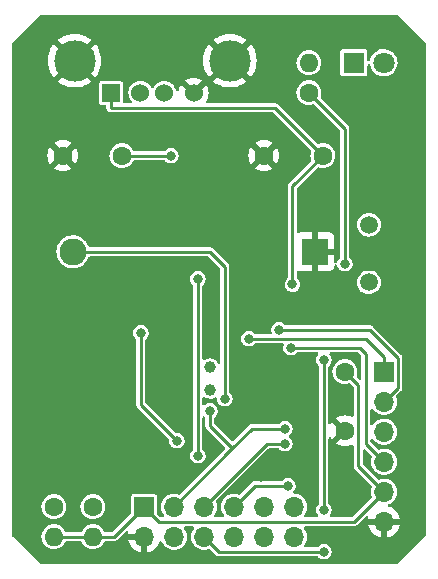
<source format=gbr>
%TF.GenerationSoftware,KiCad,Pcbnew,(6.0.4)*%
%TF.CreationDate,2023-06-25T20:19:56+02:00*%
%TF.ProjectId,CH376_MCP795_Module,43483337-365f-44d4-9350-3739355f4d6f,rev?*%
%TF.SameCoordinates,Original*%
%TF.FileFunction,Copper,L2,Bot*%
%TF.FilePolarity,Positive*%
%FSLAX46Y46*%
G04 Gerber Fmt 4.6, Leading zero omitted, Abs format (unit mm)*
G04 Created by KiCad (PCBNEW (6.0.4)) date 2023-06-25 20:19:56*
%MOMM*%
%LPD*%
G01*
G04 APERTURE LIST*
%TA.AperFunction,ComponentPad*%
%ADD10C,1.600000*%
%TD*%
%TA.AperFunction,ComponentPad*%
%ADD11O,1.600000X1.600000*%
%TD*%
%TA.AperFunction,ComponentPad*%
%ADD12R,1.800000X1.800000*%
%TD*%
%TA.AperFunction,ComponentPad*%
%ADD13C,1.800000*%
%TD*%
%TA.AperFunction,ComponentPad*%
%ADD14R,1.700000X1.700000*%
%TD*%
%TA.AperFunction,ComponentPad*%
%ADD15O,1.700000X1.700000*%
%TD*%
%TA.AperFunction,ComponentPad*%
%ADD16C,1.000000*%
%TD*%
%TA.AperFunction,ComponentPad*%
%ADD17C,1.500000*%
%TD*%
%TA.AperFunction,ComponentPad*%
%ADD18R,2.280000X2.280000*%
%TD*%
%TA.AperFunction,ComponentPad*%
%ADD19C,2.280000*%
%TD*%
%TA.AperFunction,ComponentPad*%
%ADD20R,1.524000X1.524000*%
%TD*%
%TA.AperFunction,ComponentPad*%
%ADD21C,1.524000*%
%TD*%
%TA.AperFunction,ComponentPad*%
%ADD22C,3.500000*%
%TD*%
%TA.AperFunction,ViaPad*%
%ADD23C,0.800000*%
%TD*%
%TA.AperFunction,Conductor*%
%ADD24C,0.250000*%
%TD*%
G04 APERTURE END LIST*
D10*
%TO.P,R0,1*%
%TO.N,/~{IRQ1}*%
X137922000Y-142240000D03*
D11*
%TO.P,R0,2*%
%TO.N,/5V*%
X137922000Y-144780000D03*
%TD*%
D10*
%TO.P,C1,1*%
%TO.N,/GND*%
X152400000Y-112522000D03*
%TO.P,C1,2*%
%TO.N,/5V*%
X157400000Y-112522000D03*
%TD*%
D12*
%TO.P,D0,1,K*%
%TO.N,Net-(D0-Pad1)*%
X160015000Y-104648000D03*
D13*
%TO.P,D0,2,A*%
%TO.N,/5V*%
X162555000Y-104648000D03*
%TD*%
D10*
%TO.P,C0,1*%
%TO.N,/GND*%
X159258000Y-135810000D03*
%TO.P,C0,2*%
%TO.N,/5V*%
X159258000Y-130810000D03*
%TD*%
D14*
%TO.P,J2,1,Pin_1*%
%TO.N,/5V*%
X142240000Y-142240000D03*
D15*
%TO.P,J2,2,Pin_2*%
%TO.N,/GND*%
X142240000Y-144780000D03*
%TO.P,J2,3,Pin_3*%
%TO.N,/SCK*%
X144780000Y-142240000D03*
%TO.P,J2,4,Pin_4*%
%TO.N,/~{ACT}*%
X144780000Y-144780000D03*
%TO.P,J2,5,Pin_5*%
%TO.N,/MOSI*%
X147320000Y-142240000D03*
%TO.P,J2,6,Pin_6*%
%TO.N,/~{IRQ0}*%
X147320000Y-144780000D03*
%TO.P,J2,7,Pin_7*%
%TO.N,/MISO*%
X149860000Y-142240000D03*
%TO.P,J2,8,Pin_8*%
%TO.N,/~{IRQ1}*%
X149860000Y-144780000D03*
%TO.P,J2,9,Pin_9*%
%TO.N,/~{SS0}*%
X152400000Y-142240000D03*
%TO.P,J2,10,Pin_10*%
%TO.N,/~{IRQ2}*%
X152400000Y-144780000D03*
%TO.P,J2,11,Pin_11*%
%TO.N,/~{SS1}*%
X154940000Y-142240000D03*
%TO.P,J2,12,Pin_12*%
%TO.N,/CLKOUT*%
X154940000Y-144780000D03*
%TD*%
D16*
%TO.P,Y0,1,1*%
%TO.N,Net-(U0-Pad1)*%
X147828000Y-130434000D03*
%TO.P,Y0,2,2*%
%TO.N,Net-(U0-Pad2)*%
X147828000Y-132334000D03*
%TD*%
D10*
%TO.P,R1,1*%
%TO.N,/~{IRQ2}*%
X134620000Y-142240000D03*
D11*
%TO.P,R1,2*%
%TO.N,/5V*%
X134620000Y-144780000D03*
%TD*%
D14*
%TO.P,J0,1,Pin_1*%
%TO.N,/~{SD_SS}*%
X162560000Y-130810000D03*
D15*
%TO.P,J0,2,Pin_2*%
%TO.N,/SD_SCK*%
X162560000Y-133350000D03*
%TO.P,J0,3,Pin_3*%
%TO.N,/SD_MOSI*%
X162560000Y-135890000D03*
%TO.P,J0,4,Pin_4*%
%TO.N,/SD_MISO*%
X162560000Y-138430000D03*
%TO.P,J0,5,Pin_5*%
%TO.N,/5V*%
X162560000Y-140970000D03*
%TO.P,J0,6,Pin_6*%
%TO.N,/GND*%
X162560000Y-143510000D03*
%TD*%
D10*
%TO.P,R2,1*%
%TO.N,/~{ACT}*%
X156210000Y-107188000D03*
D11*
%TO.P,R2,2*%
%TO.N,Net-(D0-Pad1)*%
X156210000Y-104648000D03*
%TD*%
D17*
%TO.P,Y1,1,1*%
%TO.N,Net-(U1-Pad14)*%
X161290000Y-123244000D03*
%TO.P,Y1,2,2*%
%TO.N,Net-(U1-Pad13)*%
X161290000Y-118364000D03*
%TD*%
D10*
%TO.P,C2,1*%
%TO.N,/GND*%
X135382000Y-112522000D03*
%TO.P,C2,2*%
%TO.N,/3V3*%
X140382000Y-112522000D03*
%TD*%
D18*
%TO.P,BT0,1,GND*%
%TO.N,/GND*%
X156718000Y-120650000D03*
D19*
%TO.P,BT0,2,+3V3*%
%TO.N,/VBAT*%
X136228000Y-120650000D03*
%TD*%
D20*
%TO.P,J1,1,VBUS*%
%TO.N,/5V*%
X139446000Y-107188000D03*
D21*
%TO.P,J1,2,D-*%
%TO.N,Net-(J1-Pad2)*%
X141946000Y-107188000D03*
%TO.P,J1,3,D+*%
%TO.N,Net-(J1-Pad3)*%
X143946000Y-107188000D03*
%TO.P,J1,4,GND*%
%TO.N,/GND*%
X146446000Y-107188000D03*
D22*
%TO.P,J1,5,Shield*%
X136376000Y-104478000D03*
X149516000Y-104478000D03*
%TD*%
D23*
%TO.N,/GND*%
X157480000Y-101600000D03*
X145034000Y-129032000D03*
X153924000Y-130302000D03*
X145796000Y-133858000D03*
X132080000Y-137160000D03*
X132080000Y-111760000D03*
X145288000Y-121666000D03*
X155956000Y-115062000D03*
X149098000Y-120650000D03*
X145034000Y-139192000D03*
X138684000Y-119634000D03*
X160274000Y-110744000D03*
X145542000Y-114300000D03*
X139700000Y-101600000D03*
X165100000Y-116840000D03*
X144272000Y-110236000D03*
X161290000Y-120904000D03*
X145288000Y-119634000D03*
X162560000Y-125984000D03*
X159512000Y-140716000D03*
X132080000Y-116840000D03*
X139192000Y-138938000D03*
X165100000Y-132080000D03*
X153924000Y-134366000D03*
X165100000Y-106680000D03*
X158496000Y-144780000D03*
X152146000Y-139700000D03*
X138684000Y-121666000D03*
X158496000Y-139192000D03*
X162560000Y-115570000D03*
X153924000Y-120650000D03*
X134620000Y-101600000D03*
X165100000Y-121920000D03*
X141986000Y-136144000D03*
X156210000Y-140970000D03*
X161290000Y-116840000D03*
X162560000Y-101600000D03*
X165100000Y-137160000D03*
X165100000Y-142240000D03*
X145288000Y-117602000D03*
X165100000Y-111760000D03*
X132080000Y-121920000D03*
X144780000Y-101600000D03*
X156718000Y-126238000D03*
X161290000Y-124714000D03*
X132080000Y-106680000D03*
X132080000Y-142240000D03*
X132080000Y-132080000D03*
X165100000Y-127000000D03*
X141224000Y-110236000D03*
X132080000Y-127000000D03*
X152400000Y-101600000D03*
X158242000Y-110744000D03*
%TO.N,/VBAT*%
X149098000Y-133096000D03*
%TO.N,/5V*%
X154812633Y-123403847D03*
%TO.N,/~{SD_SS}*%
X151130000Y-128016000D03*
%TO.N,/SD_SCK*%
X153670000Y-127254000D03*
%TO.N,/SD_MISO*%
X154686000Y-128778000D03*
%TO.N,/SCK*%
X154178000Y-135636000D03*
X147828000Y-134112000D03*
%TO.N,/~{ACT}*%
X146812000Y-122936000D03*
X159258000Y-121666000D03*
X146812000Y-137922000D03*
%TO.N,/MOSI*%
X154178000Y-136906000D03*
%TO.N,/~{IRQ0}*%
X157480000Y-129794000D03*
X157480000Y-142494000D03*
X157480000Y-146050000D03*
%TO.N,/MISO*%
X154432000Y-140462000D03*
%TO.N,/~{SS0}*%
X141986000Y-127508000D03*
X145034000Y-136652000D03*
%TO.N,/3V3*%
X144526000Y-112522000D03*
%TD*%
D24*
%TO.N,/VBAT*%
X147828000Y-120650000D02*
X136144000Y-120650000D01*
X149098000Y-121920000D02*
X147828000Y-120650000D01*
X149098000Y-133096000D02*
X149098000Y-121920000D01*
%TO.N,/5V*%
X154178000Y-143510000D02*
X160020000Y-143510000D01*
X154812633Y-115109367D02*
X154812633Y-123403847D01*
X139446000Y-107188000D02*
X139446000Y-108458000D01*
X157400000Y-112522000D02*
X154812633Y-115109367D01*
X139700000Y-144780000D02*
X142240000Y-142240000D01*
X160382511Y-131934511D02*
X160382511Y-138792511D01*
X139446000Y-108458000D02*
X153340501Y-108458000D01*
X159258000Y-130810000D02*
X160382511Y-131934511D01*
X160382511Y-138792511D02*
X162560000Y-140970000D01*
X142240000Y-142240000D02*
X143510000Y-143510000D01*
X153340501Y-108458000D02*
X157401755Y-112519254D01*
X137922000Y-144780000D02*
X139700000Y-144780000D01*
X134620000Y-144780000D02*
X137922000Y-144780000D01*
X143510000Y-143510000D02*
X154178000Y-143510000D01*
X160020000Y-143510000D02*
X162560000Y-140970000D01*
%TO.N,/~{SD_SS}*%
X151130000Y-128016000D02*
X161036000Y-128016000D01*
X162560000Y-129540000D02*
X162560000Y-130810000D01*
X161036000Y-128016000D02*
X162560000Y-129540000D01*
%TO.N,/SD_SCK*%
X161353022Y-127254000D02*
X163734511Y-129635489D01*
X153670000Y-127254000D02*
X161353022Y-127254000D01*
X163734511Y-132175489D02*
X162560000Y-133350000D01*
X163734511Y-129635489D02*
X163734511Y-132175489D01*
%TO.N,/SD_MISO*%
X154686000Y-128778000D02*
X160528000Y-128778000D01*
X161036000Y-136906000D02*
X162560000Y-138430000D01*
X160528000Y-128778000D02*
X161036000Y-129286000D01*
X161036000Y-129286000D02*
X161036000Y-136906000D01*
%TO.N,/SCK*%
X149733000Y-137287000D02*
X147828000Y-135382000D01*
X149733000Y-137287000D02*
X144780000Y-142240000D01*
X147828000Y-135382000D02*
X147828000Y-134112000D01*
X151384000Y-135636000D02*
X149733000Y-137287000D01*
X154178000Y-135636000D02*
X151384000Y-135636000D01*
%TO.N,/~{ACT}*%
X146812000Y-122936000D02*
X146812000Y-137922000D01*
X159258000Y-110236000D02*
X156210000Y-107188000D01*
X159258000Y-121666000D02*
X159258000Y-110236000D01*
%TO.N,/MOSI*%
X152654000Y-136906000D02*
X154178000Y-136906000D01*
X147320000Y-142240000D02*
X152654000Y-136906000D01*
%TO.N,/~{IRQ0}*%
X157480000Y-141361010D02*
X157480000Y-129794000D01*
X157480000Y-146050000D02*
X148590000Y-146050000D01*
X148590000Y-146050000D02*
X147320000Y-144780000D01*
X157480000Y-141361010D02*
X157480000Y-142494000D01*
%TO.N,/MISO*%
X149860000Y-142240000D02*
X151384000Y-140716000D01*
X151384000Y-140716000D02*
X151638000Y-140462000D01*
X151638000Y-140462000D02*
X154432000Y-140462000D01*
%TO.N,/~{SS0}*%
X141986000Y-133604000D02*
X141986000Y-127508000D01*
X145034000Y-136652000D02*
X141986000Y-133604000D01*
%TO.N,/3V3*%
X144526000Y-112522000D02*
X140208000Y-112522000D01*
%TD*%
%TA.AperFunction,Conductor*%
%TO.N,/GND*%
G36*
X163740513Y-100604502D02*
G01*
X163761487Y-100621405D01*
X166078595Y-102938512D01*
X166112620Y-103000824D01*
X166115500Y-103027607D01*
X166115500Y-144622393D01*
X166095498Y-144690514D01*
X166078595Y-144711488D01*
X163761487Y-147028595D01*
X163699175Y-147062621D01*
X163672392Y-147065500D01*
X133507607Y-147065500D01*
X133439486Y-147045498D01*
X133418512Y-147028595D01*
X131155124Y-144765206D01*
X133560501Y-144765206D01*
X133565067Y-144819579D01*
X133575831Y-144947755D01*
X133577806Y-144971278D01*
X133634807Y-145170066D01*
X133637625Y-145175548D01*
X133637626Y-145175552D01*
X133726514Y-145348509D01*
X133726517Y-145348513D01*
X133729334Y-145353995D01*
X133857786Y-145516061D01*
X133862479Y-145520055D01*
X133862480Y-145520056D01*
X133976332Y-145616951D01*
X134015271Y-145650091D01*
X134195789Y-145750980D01*
X134392466Y-145814884D01*
X134597809Y-145839370D01*
X134603944Y-145838898D01*
X134603946Y-145838898D01*
X134797856Y-145823977D01*
X134797860Y-145823976D01*
X134803998Y-145823504D01*
X135003178Y-145767892D01*
X135008682Y-145765112D01*
X135008684Y-145765111D01*
X135182262Y-145677431D01*
X135182264Y-145677430D01*
X135187763Y-145674652D01*
X135350722Y-145547334D01*
X135354748Y-145542670D01*
X135354751Y-145542667D01*
X135481819Y-145395457D01*
X135481820Y-145395455D01*
X135485848Y-145390789D01*
X135578379Y-145227906D01*
X135581017Y-145223263D01*
X135632057Y-145173912D01*
X135690573Y-145159500D01*
X136854467Y-145159500D01*
X136922588Y-145179502D01*
X136966533Y-145227906D01*
X136976600Y-145247495D01*
X137028514Y-145348509D01*
X137028517Y-145348513D01*
X137031334Y-145353995D01*
X137159786Y-145516061D01*
X137164479Y-145520055D01*
X137164480Y-145520056D01*
X137278332Y-145616951D01*
X137317271Y-145650091D01*
X137497789Y-145750980D01*
X137694466Y-145814884D01*
X137899809Y-145839370D01*
X137905944Y-145838898D01*
X137905946Y-145838898D01*
X138099856Y-145823977D01*
X138099860Y-145823976D01*
X138105998Y-145823504D01*
X138305178Y-145767892D01*
X138310682Y-145765112D01*
X138310684Y-145765111D01*
X138484262Y-145677431D01*
X138484264Y-145677430D01*
X138489763Y-145674652D01*
X138652722Y-145547334D01*
X138656748Y-145542670D01*
X138656751Y-145542667D01*
X138783819Y-145395457D01*
X138783820Y-145395455D01*
X138787848Y-145390789D01*
X138880379Y-145227906D01*
X138883017Y-145223263D01*
X138934057Y-145173912D01*
X138992573Y-145159500D01*
X139646080Y-145159500D01*
X139670028Y-145162049D01*
X139671693Y-145162128D01*
X139681876Y-145164320D01*
X139692217Y-145163096D01*
X139695707Y-145162683D01*
X139715223Y-145160373D01*
X139721154Y-145160023D01*
X139721146Y-145159928D01*
X139726324Y-145159500D01*
X139731524Y-145159500D01*
X139736653Y-145158646D01*
X139736656Y-145158646D01*
X139750565Y-145156331D01*
X139756443Y-145155494D01*
X139797001Y-145150694D01*
X139797002Y-145150694D01*
X139807341Y-145149470D01*
X139815593Y-145145507D01*
X139824626Y-145144004D01*
X139833795Y-145139057D01*
X139833797Y-145139056D01*
X139869732Y-145119666D01*
X139875025Y-145116969D01*
X139914082Y-145098215D01*
X139914086Y-145098212D01*
X139921232Y-145094781D01*
X139925508Y-145091186D01*
X139927431Y-145089263D01*
X139929363Y-145087491D01*
X139929442Y-145087448D01*
X139929555Y-145087572D01*
X139930095Y-145087096D01*
X139935814Y-145084010D01*
X139969133Y-145047966D01*
X140908257Y-145047966D01*
X140938565Y-145182446D01*
X140941645Y-145192275D01*
X141021770Y-145389603D01*
X141026413Y-145398794D01*
X141137694Y-145580388D01*
X141143777Y-145588699D01*
X141283213Y-145749667D01*
X141290580Y-145756883D01*
X141454434Y-145892916D01*
X141462881Y-145898831D01*
X141646756Y-146006279D01*
X141656042Y-146010729D01*
X141855001Y-146086703D01*
X141864899Y-146089579D01*
X141968250Y-146110606D01*
X141982299Y-146109410D01*
X141986000Y-146099065D01*
X141986000Y-145052115D01*
X141981525Y-145036876D01*
X141980135Y-145035671D01*
X141972452Y-145034000D01*
X140923225Y-145034000D01*
X140909694Y-145037973D01*
X140908257Y-145047966D01*
X139969133Y-145047966D01*
X139972417Y-145044413D01*
X139975846Y-145040848D01*
X140720201Y-144296493D01*
X140782513Y-144262467D01*
X140853328Y-144267532D01*
X140910164Y-144310079D01*
X140934975Y-144376599D01*
X140930713Y-144419260D01*
X140904389Y-144514183D01*
X140905912Y-144522607D01*
X140918292Y-144526000D01*
X142368000Y-144526000D01*
X142436121Y-144546002D01*
X142482614Y-144599658D01*
X142494000Y-144652000D01*
X142494000Y-146098517D01*
X142498064Y-146112359D01*
X142511478Y-146114393D01*
X142518184Y-146113534D01*
X142528262Y-146111392D01*
X142732255Y-146050191D01*
X142741842Y-146046433D01*
X142933095Y-145952739D01*
X142941945Y-145947464D01*
X143115328Y-145823792D01*
X143123200Y-145817139D01*
X143274052Y-145666812D01*
X143280730Y-145658965D01*
X143405003Y-145486020D01*
X143410313Y-145477183D01*
X143504670Y-145286267D01*
X143508469Y-145276672D01*
X143525066Y-145222047D01*
X143564007Y-145162683D01*
X143628862Y-145133796D01*
X143699038Y-145144558D01*
X143752256Y-145191551D01*
X143760048Y-145205922D01*
X143819377Y-145334616D01*
X143936533Y-145500389D01*
X143940675Y-145504424D01*
X143997637Y-145559913D01*
X144081938Y-145642035D01*
X144250720Y-145754812D01*
X144256023Y-145757090D01*
X144256026Y-145757092D01*
X144411706Y-145823977D01*
X144437228Y-145834942D01*
X144510244Y-145851464D01*
X144629579Y-145878467D01*
X144629584Y-145878468D01*
X144635216Y-145879742D01*
X144640987Y-145879969D01*
X144640989Y-145879969D01*
X144700756Y-145882317D01*
X144838053Y-145887712D01*
X144938499Y-145873148D01*
X145033231Y-145859413D01*
X145033236Y-145859412D01*
X145038945Y-145858584D01*
X145044409Y-145856729D01*
X145044414Y-145856728D01*
X145225693Y-145795192D01*
X145225698Y-145795190D01*
X145231165Y-145793334D01*
X145408276Y-145694147D01*
X145436709Y-145670500D01*
X145535696Y-145588172D01*
X145564345Y-145564345D01*
X145647859Y-145463931D01*
X145690453Y-145412718D01*
X145690455Y-145412715D01*
X145694147Y-145408276D01*
X145793334Y-145231165D01*
X145795190Y-145225698D01*
X145795192Y-145225693D01*
X145856728Y-145044414D01*
X145856729Y-145044409D01*
X145858584Y-145038945D01*
X145859412Y-145033236D01*
X145859413Y-145033231D01*
X145881731Y-144879301D01*
X145887712Y-144838053D01*
X145889232Y-144780000D01*
X145870658Y-144577859D01*
X145867262Y-144565817D01*
X145817125Y-144388046D01*
X145817124Y-144388044D01*
X145815557Y-144382487D01*
X145812654Y-144376599D01*
X145728331Y-144205609D01*
X145725776Y-144200428D01*
X145643979Y-144090888D01*
X145619247Y-144024339D01*
X145634421Y-143954983D01*
X145684683Y-143904841D01*
X145744937Y-143889500D01*
X146355700Y-143889500D01*
X146423821Y-143909502D01*
X146470314Y-143963158D01*
X146480418Y-144033432D01*
X146454650Y-144093506D01*
X146389720Y-144175869D01*
X146387031Y-144180980D01*
X146387029Y-144180983D01*
X146374073Y-144205609D01*
X146295203Y-144355515D01*
X146235007Y-144549378D01*
X146211148Y-144750964D01*
X146224424Y-144953522D01*
X146225845Y-144959118D01*
X146225846Y-144959123D01*
X146260300Y-145094781D01*
X146274392Y-145150269D01*
X146276809Y-145155512D01*
X146314010Y-145236208D01*
X146359377Y-145334616D01*
X146476533Y-145500389D01*
X146480675Y-145504424D01*
X146537637Y-145559913D01*
X146621938Y-145642035D01*
X146790720Y-145754812D01*
X146796023Y-145757090D01*
X146796026Y-145757092D01*
X146951706Y-145823977D01*
X146977228Y-145834942D01*
X147050244Y-145851464D01*
X147169579Y-145878467D01*
X147169584Y-145878468D01*
X147175216Y-145879742D01*
X147180987Y-145879969D01*
X147180989Y-145879969D01*
X147240756Y-145882317D01*
X147378053Y-145887712D01*
X147478499Y-145873148D01*
X147573231Y-145859413D01*
X147573236Y-145859412D01*
X147578945Y-145858584D01*
X147715991Y-145812063D01*
X147786926Y-145809107D01*
X147845587Y-145842281D01*
X148283522Y-146280216D01*
X148298664Y-146298964D01*
X148299779Y-146300189D01*
X148305429Y-146308940D01*
X148313607Y-146315387D01*
X148313609Y-146315389D01*
X148331800Y-146329729D01*
X148336244Y-146333678D01*
X148336306Y-146333604D01*
X148340263Y-146336957D01*
X148343944Y-146340638D01*
X148359654Y-146351865D01*
X148364380Y-146355413D01*
X148404647Y-146387156D01*
X148413284Y-146390189D01*
X148420734Y-146395513D01*
X148430710Y-146398497D01*
X148430711Y-146398497D01*
X148446046Y-146403083D01*
X148469849Y-146410202D01*
X148475486Y-146412034D01*
X148516367Y-146426390D01*
X148523851Y-146429018D01*
X148529416Y-146429500D01*
X148532124Y-146429500D01*
X148534758Y-146429614D01*
X148534856Y-146429643D01*
X148534849Y-146429807D01*
X148535553Y-146429851D01*
X148541778Y-146431713D01*
X148595635Y-146429597D01*
X148600582Y-146429500D01*
X156880141Y-146429500D01*
X156948262Y-146449502D01*
X156975522Y-146473169D01*
X156976672Y-146474501D01*
X156980908Y-146480805D01*
X157098076Y-146587419D01*
X157237293Y-146663008D01*
X157390522Y-146703207D01*
X157474477Y-146704526D01*
X157541319Y-146705576D01*
X157541322Y-146705576D01*
X157548916Y-146705695D01*
X157703332Y-146670329D01*
X157773742Y-146634917D01*
X157838072Y-146602563D01*
X157838075Y-146602561D01*
X157844855Y-146599151D01*
X157850626Y-146594222D01*
X157850629Y-146594220D01*
X157959536Y-146501204D01*
X157959536Y-146501203D01*
X157965314Y-146496269D01*
X158057755Y-146367624D01*
X158116842Y-146220641D01*
X158139162Y-146063807D01*
X158139307Y-146050000D01*
X158120276Y-145892733D01*
X158064280Y-145744546D01*
X158057748Y-145735042D01*
X157978855Y-145620251D01*
X157978854Y-145620249D01*
X157974553Y-145613992D01*
X157856275Y-145508611D01*
X157848889Y-145504700D01*
X157722988Y-145438039D01*
X157722989Y-145438039D01*
X157716274Y-145434484D01*
X157562633Y-145395892D01*
X157555034Y-145395852D01*
X157555033Y-145395852D01*
X157489181Y-145395507D01*
X157404221Y-145395062D01*
X157396841Y-145396834D01*
X157396839Y-145396834D01*
X157257563Y-145430271D01*
X157257560Y-145430272D01*
X157250184Y-145432043D01*
X157109414Y-145504700D01*
X156990039Y-145608838D01*
X156985672Y-145615051D01*
X156985667Y-145615057D01*
X156984336Y-145616951D01*
X156983013Y-145618005D01*
X156980589Y-145620697D01*
X156980140Y-145620293D01*
X156928802Y-145661183D01*
X156881250Y-145670500D01*
X155904734Y-145670500D01*
X155836613Y-145650498D01*
X155790120Y-145596842D01*
X155780016Y-145526568D01*
X155807860Y-145463931D01*
X155850449Y-145412724D01*
X155850456Y-145412714D01*
X155854147Y-145408276D01*
X155953334Y-145231165D01*
X155955190Y-145225698D01*
X155955192Y-145225693D01*
X156016728Y-145044414D01*
X156016729Y-145044409D01*
X156018584Y-145038945D01*
X156019412Y-145033236D01*
X156019413Y-145033231D01*
X156041731Y-144879301D01*
X156047712Y-144838053D01*
X156049232Y-144780000D01*
X156030658Y-144577859D01*
X156027262Y-144565817D01*
X155977125Y-144388046D01*
X155977124Y-144388044D01*
X155975557Y-144382487D01*
X155972654Y-144376599D01*
X155888331Y-144205609D01*
X155885776Y-144200428D01*
X155803979Y-144090888D01*
X155779247Y-144024339D01*
X155794421Y-143954983D01*
X155844683Y-143904841D01*
X155904937Y-143889500D01*
X159966080Y-143889500D01*
X159990028Y-143892049D01*
X159991693Y-143892128D01*
X160001876Y-143894320D01*
X160012217Y-143893096D01*
X160034083Y-143890508D01*
X160035223Y-143890373D01*
X160041154Y-143890023D01*
X160041146Y-143889928D01*
X160046324Y-143889500D01*
X160051524Y-143889500D01*
X160056653Y-143888646D01*
X160056656Y-143888646D01*
X160070565Y-143886331D01*
X160076443Y-143885494D01*
X160117001Y-143880694D01*
X160117002Y-143880694D01*
X160127341Y-143879470D01*
X160135593Y-143875507D01*
X160144626Y-143874004D01*
X160153795Y-143869057D01*
X160153797Y-143869056D01*
X160189732Y-143849666D01*
X160195025Y-143846969D01*
X160234082Y-143828215D01*
X160234086Y-143828212D01*
X160241232Y-143824781D01*
X160245508Y-143821186D01*
X160247431Y-143819263D01*
X160249363Y-143817491D01*
X160249442Y-143817448D01*
X160249555Y-143817572D01*
X160250095Y-143817096D01*
X160255814Y-143814010D01*
X160289133Y-143777966D01*
X161228257Y-143777966D01*
X161258565Y-143912446D01*
X161261645Y-143922275D01*
X161341770Y-144119603D01*
X161346413Y-144128794D01*
X161457694Y-144310388D01*
X161463777Y-144318699D01*
X161603213Y-144479667D01*
X161610580Y-144486883D01*
X161774434Y-144622916D01*
X161782881Y-144628831D01*
X161966756Y-144736279D01*
X161976042Y-144740729D01*
X162175001Y-144816703D01*
X162184899Y-144819579D01*
X162288250Y-144840606D01*
X162302299Y-144839410D01*
X162306000Y-144829065D01*
X162306000Y-144828517D01*
X162814000Y-144828517D01*
X162818064Y-144842359D01*
X162831478Y-144844393D01*
X162838184Y-144843534D01*
X162848262Y-144841392D01*
X163052255Y-144780191D01*
X163061842Y-144776433D01*
X163253095Y-144682739D01*
X163261945Y-144677464D01*
X163435328Y-144553792D01*
X163443200Y-144547139D01*
X163594052Y-144396812D01*
X163600730Y-144388965D01*
X163725003Y-144216020D01*
X163730313Y-144207183D01*
X163824670Y-144016267D01*
X163828469Y-144006672D01*
X163890377Y-143802910D01*
X163892555Y-143792837D01*
X163893986Y-143781962D01*
X163891775Y-143767778D01*
X163878617Y-143764000D01*
X162832115Y-143764000D01*
X162816876Y-143768475D01*
X162815671Y-143769865D01*
X162814000Y-143777548D01*
X162814000Y-144828517D01*
X162306000Y-144828517D01*
X162306000Y-143782115D01*
X162301525Y-143766876D01*
X162300135Y-143765671D01*
X162292452Y-143764000D01*
X161243225Y-143764000D01*
X161229694Y-143767973D01*
X161228257Y-143777966D01*
X160289133Y-143777966D01*
X160292417Y-143774413D01*
X160295846Y-143770848D01*
X161040201Y-143026493D01*
X161102513Y-142992467D01*
X161173328Y-142997532D01*
X161230164Y-143040079D01*
X161254975Y-143106599D01*
X161250713Y-143149260D01*
X161224389Y-143244183D01*
X161225912Y-143252607D01*
X161238292Y-143256000D01*
X163878344Y-143256000D01*
X163891875Y-143252027D01*
X163893180Y-143242947D01*
X163851214Y-143075875D01*
X163847894Y-143066124D01*
X163762972Y-142870814D01*
X163758105Y-142861739D01*
X163642426Y-142682926D01*
X163636136Y-142674757D01*
X163492806Y-142517240D01*
X163485273Y-142510215D01*
X163318139Y-142378222D01*
X163309552Y-142372517D01*
X163123117Y-142269599D01*
X163113705Y-142265369D01*
X162999391Y-142224888D01*
X162941855Y-142183294D01*
X162915939Y-142117196D01*
X162929873Y-142047580D01*
X162979232Y-141996549D01*
X163000943Y-141986804D01*
X163011165Y-141983334D01*
X163039782Y-141967308D01*
X163161420Y-141899187D01*
X163188276Y-141884147D01*
X163231683Y-141848046D01*
X163339913Y-141758031D01*
X163344345Y-141754345D01*
X163379730Y-141711800D01*
X163470453Y-141602718D01*
X163470455Y-141602715D01*
X163474147Y-141598276D01*
X163573334Y-141421165D01*
X163575190Y-141415698D01*
X163575192Y-141415693D01*
X163636728Y-141234414D01*
X163636729Y-141234409D01*
X163638584Y-141228945D01*
X163639412Y-141223236D01*
X163639413Y-141223231D01*
X163667179Y-141031727D01*
X163667712Y-141028053D01*
X163669232Y-140970000D01*
X163657425Y-140841500D01*
X163651187Y-140773613D01*
X163651186Y-140773610D01*
X163650658Y-140767859D01*
X163649090Y-140762299D01*
X163597125Y-140578046D01*
X163597124Y-140578044D01*
X163595557Y-140572487D01*
X163561700Y-140503830D01*
X163508331Y-140395609D01*
X163505776Y-140390428D01*
X163384320Y-140227779D01*
X163235258Y-140089987D01*
X163230375Y-140086906D01*
X163230371Y-140086903D01*
X163068464Y-139984748D01*
X163063581Y-139981667D01*
X162875039Y-139906446D01*
X162869379Y-139905320D01*
X162869375Y-139905319D01*
X162681613Y-139867971D01*
X162681610Y-139867971D01*
X162675946Y-139866844D01*
X162670171Y-139866768D01*
X162670167Y-139866768D01*
X162568793Y-139865441D01*
X162472971Y-139864187D01*
X162467274Y-139865166D01*
X162467273Y-139865166D01*
X162278607Y-139897585D01*
X162272910Y-139898564D01*
X162167671Y-139937389D01*
X162096839Y-139942201D01*
X162034966Y-139908272D01*
X160798916Y-138672222D01*
X160764890Y-138609910D01*
X160762011Y-138583127D01*
X160762011Y-137472895D01*
X160782013Y-137404774D01*
X160835669Y-137358281D01*
X160905943Y-137348177D01*
X160970523Y-137377671D01*
X160977106Y-137383800D01*
X161496477Y-137903171D01*
X161530503Y-137965483D01*
X161527715Y-138029630D01*
X161508150Y-138092641D01*
X161475007Y-138199378D01*
X161451148Y-138400964D01*
X161464424Y-138603522D01*
X161465845Y-138609118D01*
X161465846Y-138609123D01*
X161502133Y-138752000D01*
X161514392Y-138800269D01*
X161516809Y-138805512D01*
X161560012Y-138899226D01*
X161599377Y-138984616D01*
X161716533Y-139150389D01*
X161861938Y-139292035D01*
X162030720Y-139404812D01*
X162036023Y-139407090D01*
X162036026Y-139407092D01*
X162124707Y-139445192D01*
X162217228Y-139484942D01*
X162290244Y-139501464D01*
X162409579Y-139528467D01*
X162409584Y-139528468D01*
X162415216Y-139529742D01*
X162420987Y-139529969D01*
X162420989Y-139529969D01*
X162480756Y-139532317D01*
X162618053Y-139537712D01*
X162718499Y-139523148D01*
X162813231Y-139509413D01*
X162813236Y-139509412D01*
X162818945Y-139508584D01*
X162824409Y-139506729D01*
X162824414Y-139506728D01*
X163005693Y-139445192D01*
X163005698Y-139445190D01*
X163011165Y-139443334D01*
X163188276Y-139344147D01*
X163250934Y-139292035D01*
X163339913Y-139218031D01*
X163344345Y-139214345D01*
X163465763Y-139068357D01*
X163470453Y-139062718D01*
X163470455Y-139062715D01*
X163474147Y-139058276D01*
X163556686Y-138910892D01*
X163570510Y-138886208D01*
X163570511Y-138886206D01*
X163573334Y-138881165D01*
X163575190Y-138875698D01*
X163575192Y-138875693D01*
X163636728Y-138694414D01*
X163636729Y-138694409D01*
X163638584Y-138688945D01*
X163639412Y-138683236D01*
X163639413Y-138683231D01*
X163660337Y-138538916D01*
X163667712Y-138488053D01*
X163669232Y-138430000D01*
X163657797Y-138305551D01*
X163651187Y-138233613D01*
X163651186Y-138233610D01*
X163650658Y-138227859D01*
X163646802Y-138214185D01*
X163597125Y-138038046D01*
X163597124Y-138038044D01*
X163595557Y-138032487D01*
X163562515Y-137965483D01*
X163508331Y-137855609D01*
X163505776Y-137850428D01*
X163384320Y-137687779D01*
X163235258Y-137549987D01*
X163230375Y-137546906D01*
X163230371Y-137546903D01*
X163068464Y-137444748D01*
X163063581Y-137441667D01*
X162875039Y-137366446D01*
X162869379Y-137365320D01*
X162869375Y-137365319D01*
X162681613Y-137327971D01*
X162681610Y-137327971D01*
X162675946Y-137326844D01*
X162670171Y-137326768D01*
X162670167Y-137326768D01*
X162568793Y-137325441D01*
X162472971Y-137324187D01*
X162467274Y-137325166D01*
X162467273Y-137325166D01*
X162278607Y-137357585D01*
X162272910Y-137358564D01*
X162167671Y-137397389D01*
X162096839Y-137402201D01*
X162034966Y-137368272D01*
X161452405Y-136785711D01*
X161418379Y-136723399D01*
X161415500Y-136696616D01*
X161415500Y-136581038D01*
X161435502Y-136512917D01*
X161489158Y-136466424D01*
X161559432Y-136456320D01*
X161624012Y-136485814D01*
X161644396Y-136508317D01*
X161653840Y-136521680D01*
X161709577Y-136600546D01*
X161716533Y-136610389D01*
X161720675Y-136614424D01*
X161755031Y-136647892D01*
X161861938Y-136752035D01*
X162030720Y-136864812D01*
X162036023Y-136867090D01*
X162036026Y-136867092D01*
X162168230Y-136923891D01*
X162217228Y-136944942D01*
X162273270Y-136957623D01*
X162409579Y-136988467D01*
X162409584Y-136988468D01*
X162415216Y-136989742D01*
X162420987Y-136989969D01*
X162420989Y-136989969D01*
X162480756Y-136992317D01*
X162618053Y-136997712D01*
X162718499Y-136983148D01*
X162813231Y-136969413D01*
X162813236Y-136969412D01*
X162818945Y-136968584D01*
X162824409Y-136966729D01*
X162824414Y-136966728D01*
X163005693Y-136905192D01*
X163005698Y-136905190D01*
X163011165Y-136903334D01*
X163188276Y-136804147D01*
X163199271Y-136795003D01*
X163339913Y-136678031D01*
X163344345Y-136674345D01*
X163402447Y-136604485D01*
X163470453Y-136522718D01*
X163470455Y-136522715D01*
X163474147Y-136518276D01*
X163566343Y-136353649D01*
X163570510Y-136346208D01*
X163570511Y-136346206D01*
X163573334Y-136341165D01*
X163575190Y-136335698D01*
X163575192Y-136335693D01*
X163636728Y-136154414D01*
X163636729Y-136154409D01*
X163638584Y-136148945D01*
X163639412Y-136143236D01*
X163639413Y-136143231D01*
X163663551Y-135976752D01*
X163667712Y-135948053D01*
X163669232Y-135890000D01*
X163657797Y-135765551D01*
X163651187Y-135693613D01*
X163651186Y-135693610D01*
X163650658Y-135687859D01*
X163649090Y-135682299D01*
X163597125Y-135498046D01*
X163597124Y-135498044D01*
X163595557Y-135492487D01*
X163588907Y-135479001D01*
X163508331Y-135315609D01*
X163505776Y-135310428D01*
X163497266Y-135299031D01*
X163428316Y-135206697D01*
X163384320Y-135147779D01*
X163235258Y-135009987D01*
X163230375Y-135006906D01*
X163230371Y-135006903D01*
X163068464Y-134904748D01*
X163063581Y-134901667D01*
X162875039Y-134826446D01*
X162869379Y-134825320D01*
X162869375Y-134825319D01*
X162681613Y-134787971D01*
X162681610Y-134787971D01*
X162675946Y-134786844D01*
X162670171Y-134786768D01*
X162670167Y-134786768D01*
X162568793Y-134785441D01*
X162472971Y-134784187D01*
X162467274Y-134785166D01*
X162467273Y-134785166D01*
X162278607Y-134817585D01*
X162272910Y-134818564D01*
X162082463Y-134888824D01*
X161908010Y-134992612D01*
X161903670Y-134996418D01*
X161903666Y-134996421D01*
X161795758Y-135091055D01*
X161755392Y-135126455D01*
X161751817Y-135130990D01*
X161751816Y-135130991D01*
X161640450Y-135272258D01*
X161582569Y-135313371D01*
X161511649Y-135316665D01*
X161450206Y-135281093D01*
X161417749Y-135217950D01*
X161415500Y-135194252D01*
X161415500Y-134041038D01*
X161435502Y-133972917D01*
X161489158Y-133926424D01*
X161559432Y-133916320D01*
X161624012Y-133945814D01*
X161644396Y-133968317D01*
X161716533Y-134070389D01*
X161861938Y-134212035D01*
X162030720Y-134324812D01*
X162036023Y-134327090D01*
X162036026Y-134327092D01*
X162124707Y-134365192D01*
X162217228Y-134404942D01*
X162290244Y-134421464D01*
X162409579Y-134448467D01*
X162409584Y-134448468D01*
X162415216Y-134449742D01*
X162420987Y-134449969D01*
X162420989Y-134449969D01*
X162480756Y-134452317D01*
X162618053Y-134457712D01*
X162718499Y-134443148D01*
X162813231Y-134429413D01*
X162813236Y-134429412D01*
X162818945Y-134428584D01*
X162824409Y-134426729D01*
X162824414Y-134426728D01*
X163005693Y-134365192D01*
X163005698Y-134365190D01*
X163011165Y-134363334D01*
X163188276Y-134264147D01*
X163250934Y-134212035D01*
X163339913Y-134138031D01*
X163344345Y-134134345D01*
X163474147Y-133978276D01*
X163555195Y-133833555D01*
X163570510Y-133806208D01*
X163570511Y-133806206D01*
X163573334Y-133801165D01*
X163575190Y-133795698D01*
X163575192Y-133795693D01*
X163636728Y-133614414D01*
X163636729Y-133614409D01*
X163638584Y-133608945D01*
X163639412Y-133603236D01*
X163639413Y-133603231D01*
X163667179Y-133411727D01*
X163667712Y-133408053D01*
X163669232Y-133350000D01*
X163650658Y-133147859D01*
X163649090Y-133142299D01*
X163597127Y-132958053D01*
X163597126Y-132958051D01*
X163595557Y-132952487D01*
X163596058Y-132952346D01*
X163590618Y-132885289D01*
X163624894Y-132821800D01*
X163964727Y-132481967D01*
X163983475Y-132466825D01*
X163984700Y-132465710D01*
X163993451Y-132460060D01*
X163999898Y-132451882D01*
X163999900Y-132451880D01*
X164014240Y-132433689D01*
X164018189Y-132429245D01*
X164018115Y-132429183D01*
X164021468Y-132425226D01*
X164025149Y-132421545D01*
X164036376Y-132405835D01*
X164039932Y-132401098D01*
X164065219Y-132369021D01*
X164071667Y-132360842D01*
X164074700Y-132352205D01*
X164080024Y-132344755D01*
X164094713Y-132295640D01*
X164096545Y-132290003D01*
X164110901Y-132249122D01*
X164110901Y-132249121D01*
X164113529Y-132241638D01*
X164114011Y-132236073D01*
X164114011Y-132233365D01*
X164114125Y-132230731D01*
X164114154Y-132230633D01*
X164114318Y-132230640D01*
X164114362Y-132229936D01*
X164116224Y-132223711D01*
X164114108Y-132169854D01*
X164114011Y-132164907D01*
X164114011Y-129689409D01*
X164116560Y-129665461D01*
X164116639Y-129663796D01*
X164118831Y-129653613D01*
X164114884Y-129620266D01*
X164114534Y-129614335D01*
X164114439Y-129614343D01*
X164114011Y-129609165D01*
X164114011Y-129603965D01*
X164113157Y-129598833D01*
X164110842Y-129584924D01*
X164110005Y-129579046D01*
X164105205Y-129538488D01*
X164105205Y-129538487D01*
X164103981Y-129528148D01*
X164100018Y-129519896D01*
X164098515Y-129510863D01*
X164086474Y-129488546D01*
X164074177Y-129465757D01*
X164071480Y-129460464D01*
X164052726Y-129421407D01*
X164052723Y-129421403D01*
X164049292Y-129414257D01*
X164045697Y-129409981D01*
X164043774Y-129408058D01*
X164042002Y-129406126D01*
X164041959Y-129406047D01*
X164042083Y-129405934D01*
X164041607Y-129405394D01*
X164038521Y-129399675D01*
X163998924Y-129363072D01*
X163995359Y-129359643D01*
X161659500Y-127023784D01*
X161644358Y-127005036D01*
X161643243Y-127003811D01*
X161637593Y-126995060D01*
X161629415Y-126988613D01*
X161629413Y-126988611D01*
X161611222Y-126974271D01*
X161606781Y-126970325D01*
X161606719Y-126970398D01*
X161602755Y-126967039D01*
X161599078Y-126963362D01*
X161583330Y-126952108D01*
X161578660Y-126948602D01*
X161538375Y-126916844D01*
X161529741Y-126913812D01*
X161522288Y-126908486D01*
X161473172Y-126893797D01*
X161467530Y-126891964D01*
X161426655Y-126877610D01*
X161426654Y-126877610D01*
X161419171Y-126874982D01*
X161413606Y-126874500D01*
X161410898Y-126874500D01*
X161408264Y-126874386D01*
X161408166Y-126874357D01*
X161408173Y-126874193D01*
X161407469Y-126874149D01*
X161401244Y-126872287D01*
X161347387Y-126874403D01*
X161342440Y-126874500D01*
X154269682Y-126874500D01*
X154201561Y-126854498D01*
X154175114Y-126828860D01*
X154173878Y-126829949D01*
X154168855Y-126824251D01*
X154164553Y-126817992D01*
X154046275Y-126712611D01*
X154038889Y-126708700D01*
X153912988Y-126642039D01*
X153912989Y-126642039D01*
X153906274Y-126638484D01*
X153752633Y-126599892D01*
X153745034Y-126599852D01*
X153745033Y-126599852D01*
X153679181Y-126599507D01*
X153594221Y-126599062D01*
X153586841Y-126600834D01*
X153586839Y-126600834D01*
X153447563Y-126634271D01*
X153447560Y-126634272D01*
X153440184Y-126636043D01*
X153299414Y-126708700D01*
X153180039Y-126812838D01*
X153088950Y-126942444D01*
X153060935Y-127014300D01*
X153040411Y-127066941D01*
X153031406Y-127090037D01*
X153030414Y-127097570D01*
X153030414Y-127097571D01*
X153018216Y-127190228D01*
X153010729Y-127247096D01*
X153011563Y-127254646D01*
X153027199Y-127396271D01*
X153028113Y-127404553D01*
X153030723Y-127411684D01*
X153030723Y-127411686D01*
X153051038Y-127467199D01*
X153055664Y-127538045D01*
X153021254Y-127600145D01*
X152958733Y-127633784D01*
X152932712Y-127636500D01*
X151729682Y-127636500D01*
X151661561Y-127616498D01*
X151635114Y-127590860D01*
X151633878Y-127591949D01*
X151628855Y-127586251D01*
X151624553Y-127579992D01*
X151506275Y-127474611D01*
X151498889Y-127470700D01*
X151372988Y-127404039D01*
X151372989Y-127404039D01*
X151366274Y-127400484D01*
X151212633Y-127361892D01*
X151205034Y-127361852D01*
X151205033Y-127361852D01*
X151139181Y-127361507D01*
X151054221Y-127361062D01*
X151046841Y-127362834D01*
X151046839Y-127362834D01*
X150907563Y-127396271D01*
X150907560Y-127396272D01*
X150900184Y-127398043D01*
X150759414Y-127470700D01*
X150640039Y-127574838D01*
X150548950Y-127704444D01*
X150491406Y-127852037D01*
X150490414Y-127859570D01*
X150490414Y-127859571D01*
X150479310Y-127943919D01*
X150470729Y-128009096D01*
X150488113Y-128166553D01*
X150542553Y-128315319D01*
X150630908Y-128446805D01*
X150636527Y-128451918D01*
X150636528Y-128451919D01*
X150647903Y-128462269D01*
X150748076Y-128553419D01*
X150887293Y-128629008D01*
X151040522Y-128669207D01*
X151124477Y-128670526D01*
X151191319Y-128671576D01*
X151191322Y-128671576D01*
X151198916Y-128671695D01*
X151353332Y-128636329D01*
X151423742Y-128600917D01*
X151488072Y-128568563D01*
X151488075Y-128568561D01*
X151494855Y-128565151D01*
X151500626Y-128560222D01*
X151500629Y-128560220D01*
X151609542Y-128467199D01*
X151609543Y-128467198D01*
X151615314Y-128462269D01*
X151625586Y-128447974D01*
X151681581Y-128404326D01*
X151727909Y-128395500D01*
X153948247Y-128395500D01*
X154016368Y-128415502D01*
X154062861Y-128469158D01*
X154072965Y-128539432D01*
X154065641Y-128567267D01*
X154047406Y-128614037D01*
X154046414Y-128621570D01*
X154046414Y-128621571D01*
X154040039Y-128669999D01*
X154026729Y-128771096D01*
X154044113Y-128928553D01*
X154046723Y-128935684D01*
X154046723Y-128935686D01*
X154091112Y-129056984D01*
X154098553Y-129077319D01*
X154102789Y-129083622D01*
X154102789Y-129083623D01*
X154177232Y-129194405D01*
X154186908Y-129208805D01*
X154192527Y-129213918D01*
X154192528Y-129213919D01*
X154249678Y-129265921D01*
X154304076Y-129315419D01*
X154443293Y-129391008D01*
X154596522Y-129431207D01*
X154680477Y-129432526D01*
X154747319Y-129433576D01*
X154747322Y-129433576D01*
X154754916Y-129433695D01*
X154909332Y-129398329D01*
X154999782Y-129352838D01*
X155044072Y-129330563D01*
X155044075Y-129330561D01*
X155050855Y-129327151D01*
X155056626Y-129322222D01*
X155056629Y-129322220D01*
X155165542Y-129229199D01*
X155165543Y-129229198D01*
X155171314Y-129224269D01*
X155181586Y-129209974D01*
X155237581Y-129166326D01*
X155283909Y-129157500D01*
X156884764Y-129157500D01*
X156952885Y-129177502D01*
X156999378Y-129231158D01*
X157009482Y-129301432D01*
X156987851Y-129355951D01*
X156898950Y-129482444D01*
X156885435Y-129517108D01*
X156845216Y-129620266D01*
X156841406Y-129630037D01*
X156840414Y-129637570D01*
X156840414Y-129637571D01*
X156822122Y-129776516D01*
X156820729Y-129787096D01*
X156827372Y-129847266D01*
X156837051Y-129934933D01*
X156838113Y-129944553D01*
X156840723Y-129951684D01*
X156840723Y-129951686D01*
X156881593Y-130063368D01*
X156892553Y-130093319D01*
X156896789Y-130099622D01*
X156896789Y-130099623D01*
X156975503Y-130216761D01*
X156980908Y-130224805D01*
X156986527Y-130229918D01*
X156986528Y-130229919D01*
X157059299Y-130296135D01*
X157096222Y-130356775D01*
X157100500Y-130389329D01*
X157100500Y-141899187D01*
X157080498Y-141967308D01*
X157057330Y-141994135D01*
X156990039Y-142052838D01*
X156898950Y-142182444D01*
X156884666Y-142219081D01*
X156852444Y-142301727D01*
X156841406Y-142330037D01*
X156840414Y-142337570D01*
X156840414Y-142337571D01*
X156823160Y-142468634D01*
X156820729Y-142487096D01*
X156824057Y-142517240D01*
X156836514Y-142630066D01*
X156838113Y-142644553D01*
X156840723Y-142651684D01*
X156840723Y-142651686D01*
X156878756Y-142755616D01*
X156892553Y-142793319D01*
X156896789Y-142799622D01*
X156896789Y-142799623D01*
X156944628Y-142870814D01*
X156980908Y-142924805D01*
X156981124Y-142925002D01*
X157009208Y-142986800D01*
X156998973Y-143057055D01*
X156952381Y-143110624D01*
X156884457Y-143130500D01*
X155904734Y-143130500D01*
X155836613Y-143110498D01*
X155790120Y-143056842D01*
X155780016Y-142986568D01*
X155807860Y-142923931D01*
X155850449Y-142872724D01*
X155850456Y-142872714D01*
X155854147Y-142868276D01*
X155953334Y-142691165D01*
X155955190Y-142685698D01*
X155955192Y-142685693D01*
X156016728Y-142504414D01*
X156016729Y-142504409D01*
X156018584Y-142498945D01*
X156019412Y-142493236D01*
X156019413Y-142493231D01*
X156042104Y-142336733D01*
X156047712Y-142298053D01*
X156049232Y-142240000D01*
X156033083Y-142064251D01*
X156031187Y-142043613D01*
X156031186Y-142043610D01*
X156030658Y-142037859D01*
X156027015Y-142024942D01*
X155977125Y-141848046D01*
X155977124Y-141848044D01*
X155975557Y-141842487D01*
X155969782Y-141830775D01*
X155888331Y-141665609D01*
X155885776Y-141660428D01*
X155764320Y-141497779D01*
X155615258Y-141359987D01*
X155610375Y-141356906D01*
X155610371Y-141356903D01*
X155448464Y-141254748D01*
X155443581Y-141251667D01*
X155255039Y-141176446D01*
X155249379Y-141175320D01*
X155249375Y-141175319D01*
X155061613Y-141137971D01*
X155061610Y-141137971D01*
X155055946Y-141136844D01*
X155050171Y-141136768D01*
X155050167Y-141136768D01*
X154990565Y-141135988D01*
X154922712Y-141115096D01*
X154876926Y-141060836D01*
X154867743Y-140990436D01*
X154898079Y-140926247D01*
X154910383Y-140914189D01*
X154911534Y-140913206D01*
X154911536Y-140913204D01*
X154917314Y-140908269D01*
X155009755Y-140779624D01*
X155068842Y-140632641D01*
X155078140Y-140567307D01*
X155090581Y-140479891D01*
X155090581Y-140479888D01*
X155091162Y-140475807D01*
X155091307Y-140462000D01*
X155072276Y-140304733D01*
X155016280Y-140156546D01*
X154994629Y-140125043D01*
X154930855Y-140032251D01*
X154930854Y-140032249D01*
X154926553Y-140025992D01*
X154808275Y-139920611D01*
X154800889Y-139916700D01*
X154703558Y-139865166D01*
X154668274Y-139846484D01*
X154514633Y-139807892D01*
X154507034Y-139807852D01*
X154507033Y-139807852D01*
X154441181Y-139807507D01*
X154356221Y-139807062D01*
X154348841Y-139808834D01*
X154348839Y-139808834D01*
X154209563Y-139842271D01*
X154209560Y-139842272D01*
X154202184Y-139844043D01*
X154061414Y-139916700D01*
X153942039Y-140020838D01*
X153937672Y-140027051D01*
X153937667Y-140027057D01*
X153936336Y-140028951D01*
X153935013Y-140030005D01*
X153932589Y-140032697D01*
X153932140Y-140032293D01*
X153880802Y-140073183D01*
X153833250Y-140082500D01*
X151691920Y-140082500D01*
X151667973Y-140079951D01*
X151666307Y-140079872D01*
X151656124Y-140077680D01*
X151645782Y-140078904D01*
X151645779Y-140078904D01*
X151622787Y-140081626D01*
X151616846Y-140081977D01*
X151616854Y-140082072D01*
X151611674Y-140082500D01*
X151606476Y-140082500D01*
X151601354Y-140083353D01*
X151601349Y-140083353D01*
X151587427Y-140085671D01*
X151581550Y-140086508D01*
X151578209Y-140086903D01*
X151540997Y-140091307D01*
X151540995Y-140091308D01*
X151530659Y-140092531D01*
X151522410Y-140096492D01*
X151513374Y-140097996D01*
X151504205Y-140102943D01*
X151504203Y-140102944D01*
X151468240Y-140122348D01*
X151462951Y-140125043D01*
X151423915Y-140143788D01*
X151416768Y-140147220D01*
X151412492Y-140150814D01*
X151410552Y-140152754D01*
X151408641Y-140154507D01*
X151408551Y-140154556D01*
X151408439Y-140154433D01*
X151407904Y-140154905D01*
X151402186Y-140157990D01*
X151395119Y-140165635D01*
X151365584Y-140197586D01*
X151362154Y-140201152D01*
X150385144Y-141178162D01*
X150322832Y-141212188D01*
X150249360Y-141206097D01*
X150175039Y-141176446D01*
X150169379Y-141175320D01*
X150169375Y-141175319D01*
X149981613Y-141137971D01*
X149981610Y-141137971D01*
X149975946Y-141136844D01*
X149970171Y-141136768D01*
X149970167Y-141136768D01*
X149868793Y-141135441D01*
X149772971Y-141134187D01*
X149767274Y-141135166D01*
X149767273Y-141135166D01*
X149686049Y-141149123D01*
X149572910Y-141168564D01*
X149382463Y-141238824D01*
X149208010Y-141342612D01*
X149203670Y-141346418D01*
X149203666Y-141346421D01*
X149124677Y-141415693D01*
X149055392Y-141476455D01*
X149051817Y-141480990D01*
X149051816Y-141480991D01*
X149034931Y-141502409D01*
X148929720Y-141635869D01*
X148927031Y-141640980D01*
X148927029Y-141640983D01*
X148914073Y-141665609D01*
X148835203Y-141815515D01*
X148788070Y-141967308D01*
X148778991Y-141996549D01*
X148775007Y-142009378D01*
X148751148Y-142210964D01*
X148764424Y-142413522D01*
X148765845Y-142419118D01*
X148765846Y-142419123D01*
X148788981Y-142510215D01*
X148814392Y-142610269D01*
X148816809Y-142615512D01*
X148854010Y-142696208D01*
X148899377Y-142794616D01*
X148908698Y-142807805D01*
X148996314Y-142931780D01*
X149019295Y-142998955D01*
X149002310Y-143067890D01*
X148950753Y-143116699D01*
X148893417Y-143130500D01*
X148284734Y-143130500D01*
X148216613Y-143110498D01*
X148170120Y-143056842D01*
X148160016Y-142986568D01*
X148187860Y-142923931D01*
X148230449Y-142872724D01*
X148230456Y-142872714D01*
X148234147Y-142868276D01*
X148333334Y-142691165D01*
X148335190Y-142685698D01*
X148335192Y-142685693D01*
X148396728Y-142504414D01*
X148396729Y-142504409D01*
X148398584Y-142498945D01*
X148399412Y-142493236D01*
X148399413Y-142493231D01*
X148422104Y-142336733D01*
X148427712Y-142298053D01*
X148429232Y-142240000D01*
X148413083Y-142064251D01*
X148411187Y-142043613D01*
X148411186Y-142043610D01*
X148410658Y-142037859D01*
X148407015Y-142024942D01*
X148357127Y-141848053D01*
X148357126Y-141848051D01*
X148355557Y-141842487D01*
X148356058Y-141842346D01*
X148350618Y-141775289D01*
X148384894Y-141711800D01*
X152774289Y-137322405D01*
X152836601Y-137288379D01*
X152863384Y-137285500D01*
X153578141Y-137285500D01*
X153646262Y-137305502D01*
X153673522Y-137329169D01*
X153674672Y-137330501D01*
X153678908Y-137336805D01*
X153796076Y-137443419D01*
X153935293Y-137519008D01*
X154088522Y-137559207D01*
X154172477Y-137560526D01*
X154239319Y-137561576D01*
X154239322Y-137561576D01*
X154246916Y-137561695D01*
X154401332Y-137526329D01*
X154491782Y-137480838D01*
X154536072Y-137458563D01*
X154536075Y-137458561D01*
X154542855Y-137455151D01*
X154548626Y-137450222D01*
X154548629Y-137450220D01*
X154657536Y-137357204D01*
X154657536Y-137357203D01*
X154663314Y-137352269D01*
X154755755Y-137223624D01*
X154814842Y-137076641D01*
X154830220Y-136968584D01*
X154836581Y-136923891D01*
X154836581Y-136923888D01*
X154837162Y-136919807D01*
X154837307Y-136906000D01*
X154834680Y-136884287D01*
X154828073Y-136829695D01*
X154818276Y-136748733D01*
X154762280Y-136600546D01*
X154735276Y-136561255D01*
X154676855Y-136476251D01*
X154676854Y-136476249D01*
X154672553Y-136469992D01*
X154644072Y-136444616D01*
X154554275Y-136364611D01*
X154556413Y-136362211D01*
X154521021Y-136318286D01*
X154513436Y-136247696D01*
X154545220Y-136184211D01*
X154555602Y-136174264D01*
X154657536Y-136087204D01*
X154657536Y-136087203D01*
X154663314Y-136082269D01*
X154755755Y-135953624D01*
X154814842Y-135806641D01*
X154836018Y-135657846D01*
X154836581Y-135653891D01*
X154836581Y-135653888D01*
X154837162Y-135649807D01*
X154837307Y-135636000D01*
X154835962Y-135624881D01*
X154827426Y-135554349D01*
X154818276Y-135478733D01*
X154762280Y-135330546D01*
X154738767Y-135296334D01*
X154676855Y-135206251D01*
X154676854Y-135206249D01*
X154672553Y-135199992D01*
X154554275Y-135094611D01*
X154546889Y-135090700D01*
X154420988Y-135024039D01*
X154420989Y-135024039D01*
X154414274Y-135020484D01*
X154260633Y-134981892D01*
X154253034Y-134981852D01*
X154253033Y-134981852D01*
X154187181Y-134981507D01*
X154102221Y-134981062D01*
X154094841Y-134982834D01*
X154094839Y-134982834D01*
X153955563Y-135016271D01*
X153955560Y-135016272D01*
X153948184Y-135018043D01*
X153807414Y-135090700D01*
X153688039Y-135194838D01*
X153683672Y-135201051D01*
X153683667Y-135201057D01*
X153682336Y-135202951D01*
X153681013Y-135204005D01*
X153678589Y-135206697D01*
X153678140Y-135206293D01*
X153626802Y-135247183D01*
X153579250Y-135256500D01*
X151437925Y-135256500D01*
X151413967Y-135253950D01*
X151412308Y-135253872D01*
X151402124Y-135251679D01*
X151391782Y-135252903D01*
X151391779Y-135252903D01*
X151368779Y-135255626D01*
X151362848Y-135255976D01*
X151362856Y-135256072D01*
X151357680Y-135256500D01*
X151352476Y-135256500D01*
X151333412Y-135259673D01*
X151327566Y-135260504D01*
X151317370Y-135261711D01*
X151276659Y-135266530D01*
X151268407Y-135270493D01*
X151259374Y-135271996D01*
X151250205Y-135276943D01*
X151250203Y-135276944D01*
X151214268Y-135296334D01*
X151208975Y-135299031D01*
X151172252Y-135316665D01*
X151162768Y-135321219D01*
X151158493Y-135324813D01*
X151156568Y-135326738D01*
X151154638Y-135328509D01*
X151154553Y-135328555D01*
X151154441Y-135328432D01*
X151153906Y-135328904D01*
X151148186Y-135331990D01*
X151141119Y-135339635D01*
X151111584Y-135371586D01*
X151108154Y-135375152D01*
X149822095Y-136661211D01*
X149759783Y-136695237D01*
X149688968Y-136690172D01*
X149643905Y-136661211D01*
X148244405Y-135261711D01*
X148210379Y-135199399D01*
X148207500Y-135172616D01*
X148207500Y-134706730D01*
X148227502Y-134638609D01*
X148251669Y-134610919D01*
X148307536Y-134563204D01*
X148313314Y-134558269D01*
X148405755Y-134429624D01*
X148464842Y-134282641D01*
X148475464Y-134208002D01*
X148486581Y-134129891D01*
X148486581Y-134129888D01*
X148487162Y-134125807D01*
X148487307Y-134112000D01*
X148468276Y-133954733D01*
X148412280Y-133806546D01*
X148374500Y-133751576D01*
X148326855Y-133682251D01*
X148326854Y-133682249D01*
X148322553Y-133675992D01*
X148204275Y-133570611D01*
X148196889Y-133566700D01*
X148070988Y-133500039D01*
X148070989Y-133500039D01*
X148064274Y-133496484D01*
X147910633Y-133457892D01*
X147903034Y-133457852D01*
X147903033Y-133457852D01*
X147837181Y-133457507D01*
X147752221Y-133457062D01*
X147744841Y-133458834D01*
X147744839Y-133458834D01*
X147605563Y-133492271D01*
X147605560Y-133492272D01*
X147598184Y-133494043D01*
X147457414Y-133566700D01*
X147430679Y-133590023D01*
X147400330Y-133616498D01*
X147335848Y-133646206D01*
X147265540Y-133636337D01*
X147211730Y-133590023D01*
X147191500Y-133521549D01*
X147191500Y-133052256D01*
X147211502Y-132984135D01*
X147265158Y-132937642D01*
X147335432Y-132927538D01*
X147386493Y-132946824D01*
X147485660Y-133011717D01*
X147644315Y-133070720D01*
X147651296Y-133071651D01*
X147651298Y-133071652D01*
X147805118Y-133092176D01*
X147805122Y-133092176D01*
X147812099Y-133093107D01*
X147819110Y-133092469D01*
X147819114Y-133092469D01*
X147973652Y-133078405D01*
X147980673Y-133077766D01*
X148141659Y-133025458D01*
X148249737Y-132961030D01*
X148318490Y-132943331D01*
X148385900Y-132965613D01*
X148430562Y-133020802D01*
X148437616Y-133073946D01*
X148439800Y-133073969D01*
X148439721Y-133081564D01*
X148438729Y-133089096D01*
X148456113Y-133246553D01*
X148458723Y-133253684D01*
X148458723Y-133253686D01*
X148493969Y-133350000D01*
X148510553Y-133395319D01*
X148514789Y-133401622D01*
X148514789Y-133401623D01*
X148552043Y-133457062D01*
X148598908Y-133526805D01*
X148604527Y-133531918D01*
X148604528Y-133531919D01*
X148697480Y-133616498D01*
X148716076Y-133633419D01*
X148855293Y-133709008D01*
X149008522Y-133749207D01*
X149092477Y-133750526D01*
X149159319Y-133751576D01*
X149159322Y-133751576D01*
X149166916Y-133751695D01*
X149321332Y-133716329D01*
X149411782Y-133670838D01*
X149456072Y-133648563D01*
X149456075Y-133648561D01*
X149462855Y-133645151D01*
X149468626Y-133640222D01*
X149468629Y-133640220D01*
X149577536Y-133547204D01*
X149577536Y-133547203D01*
X149583314Y-133542269D01*
X149675755Y-133413624D01*
X149734842Y-133266641D01*
X149757162Y-133109807D01*
X149757307Y-133096000D01*
X149755101Y-133077766D01*
X149753102Y-133061254D01*
X149738276Y-132938733D01*
X149682280Y-132790546D01*
X149670476Y-132773371D01*
X149596855Y-132666251D01*
X149596854Y-132666249D01*
X149592553Y-132659992D01*
X149519681Y-132595065D01*
X149482126Y-132534816D01*
X149477500Y-132500989D01*
X149477500Y-121973920D01*
X149480049Y-121949973D01*
X149480128Y-121948307D01*
X149482320Y-121938124D01*
X149481096Y-121927782D01*
X149481096Y-121927779D01*
X149478374Y-121904787D01*
X149478023Y-121898846D01*
X149477928Y-121898854D01*
X149477500Y-121893674D01*
X149477500Y-121888476D01*
X149474329Y-121869424D01*
X149473492Y-121863547D01*
X149468693Y-121822997D01*
X149468692Y-121822995D01*
X149467469Y-121812659D01*
X149463508Y-121804410D01*
X149462004Y-121795374D01*
X149446727Y-121767060D01*
X149437652Y-121750240D01*
X149434957Y-121744951D01*
X149416212Y-121705915D01*
X149412780Y-121698768D01*
X149409186Y-121694492D01*
X149407246Y-121692552D01*
X149405493Y-121690641D01*
X149405444Y-121690551D01*
X149405567Y-121690439D01*
X149405095Y-121689904D01*
X149402010Y-121684186D01*
X149362413Y-121647583D01*
X149358848Y-121644154D01*
X148134478Y-120419784D01*
X148119336Y-120401036D01*
X148118221Y-120399811D01*
X148112571Y-120391060D01*
X148104393Y-120384613D01*
X148104391Y-120384611D01*
X148086200Y-120370271D01*
X148081759Y-120366325D01*
X148081697Y-120366398D01*
X148077733Y-120363039D01*
X148074056Y-120359362D01*
X148058308Y-120348108D01*
X148053638Y-120344602D01*
X148013353Y-120312844D01*
X148004719Y-120309812D01*
X147997266Y-120304486D01*
X147948150Y-120289797D01*
X147942508Y-120287964D01*
X147901633Y-120273610D01*
X147901632Y-120273610D01*
X147894149Y-120270982D01*
X147888584Y-120270500D01*
X147885876Y-120270500D01*
X147883242Y-120270386D01*
X147883144Y-120270357D01*
X147883151Y-120270193D01*
X147882447Y-120270149D01*
X147876222Y-120268287D01*
X147822365Y-120270403D01*
X147817418Y-120270500D01*
X137666299Y-120270500D01*
X137598178Y-120250498D01*
X137550750Y-120194743D01*
X137463253Y-119993514D01*
X137463246Y-119993502D01*
X137461189Y-119988770D01*
X137336634Y-119796237D01*
X137308819Y-119765668D01*
X137287894Y-119742672D01*
X137182306Y-119626632D01*
X137178255Y-119623433D01*
X137178251Y-119623429D01*
X137006407Y-119487716D01*
X137002349Y-119484511D01*
X136801597Y-119373689D01*
X136684441Y-119332202D01*
X136590315Y-119298870D01*
X136590311Y-119298869D01*
X136585440Y-119297144D01*
X136580347Y-119296237D01*
X136580344Y-119296236D01*
X136364773Y-119257837D01*
X136364767Y-119257836D01*
X136359684Y-119256931D01*
X136286469Y-119256037D01*
X136135561Y-119254193D01*
X136135559Y-119254193D01*
X136130391Y-119254130D01*
X135903720Y-119288815D01*
X135685758Y-119360056D01*
X135482357Y-119465940D01*
X135478224Y-119469043D01*
X135478221Y-119469045D01*
X135453354Y-119487716D01*
X135298982Y-119603622D01*
X135140556Y-119769405D01*
X135137642Y-119773677D01*
X135137641Y-119773678D01*
X135119289Y-119800581D01*
X135011334Y-119958838D01*
X135009154Y-119963535D01*
X134916963Y-120162140D01*
X134916961Y-120162145D01*
X134914786Y-120166831D01*
X134853506Y-120387801D01*
X134829139Y-120615813D01*
X134842339Y-120844742D01*
X134843476Y-120849788D01*
X134843477Y-120849794D01*
X134859776Y-120922115D01*
X134892752Y-121068442D01*
X134894694Y-121073224D01*
X134894695Y-121073228D01*
X134960892Y-121236251D01*
X134979023Y-121280903D01*
X135098837Y-121476422D01*
X135102221Y-121480328D01*
X135102222Y-121480330D01*
X135120674Y-121501631D01*
X135248976Y-121649747D01*
X135425407Y-121796222D01*
X135429863Y-121798826D01*
X135429866Y-121798828D01*
X135524619Y-121854197D01*
X135623391Y-121911915D01*
X135837614Y-121993719D01*
X135842680Y-121994750D01*
X135842681Y-121994750D01*
X135895277Y-122005451D01*
X136062320Y-122039436D01*
X136197062Y-122044377D01*
X136286312Y-122047650D01*
X136286316Y-122047650D01*
X136291475Y-122047839D01*
X136324182Y-122043649D01*
X136513806Y-122019357D01*
X136513807Y-122019357D01*
X136518926Y-122018701D01*
X136738564Y-121952807D01*
X136818276Y-121913757D01*
X136939853Y-121854197D01*
X136944491Y-121851925D01*
X136986903Y-121821672D01*
X137126963Y-121721769D01*
X137126968Y-121721765D01*
X137131175Y-121718764D01*
X137293605Y-121556901D01*
X137348627Y-121480330D01*
X137424398Y-121374882D01*
X137427416Y-121370682D01*
X137435442Y-121354444D01*
X137526723Y-121169751D01*
X137526724Y-121169749D01*
X137529017Y-121165109D01*
X137530524Y-121160150D01*
X137543066Y-121118871D01*
X137582007Y-121059507D01*
X137646861Y-121030620D01*
X137663624Y-121029500D01*
X147618616Y-121029500D01*
X147686737Y-121049502D01*
X147707711Y-121066405D01*
X148681595Y-122040289D01*
X148715621Y-122102601D01*
X148718500Y-122129384D01*
X148718500Y-129995803D01*
X148698498Y-130063924D01*
X148644842Y-130110417D01*
X148574568Y-130120521D01*
X148509988Y-130091027D01*
X148485646Y-130062573D01*
X148426771Y-129968353D01*
X148423038Y-129962379D01*
X148412420Y-129951686D01*
X148308726Y-129847266D01*
X148303764Y-129842269D01*
X148271112Y-129821547D01*
X148242961Y-129803682D01*
X148160844Y-129751569D01*
X148072935Y-129720266D01*
X148008016Y-129697149D01*
X148008011Y-129697148D01*
X148001381Y-129694787D01*
X147994395Y-129693954D01*
X147994391Y-129693953D01*
X147875287Y-129679751D01*
X147833301Y-129674745D01*
X147826298Y-129675481D01*
X147826297Y-129675481D01*
X147671965Y-129691701D01*
X147671961Y-129691702D01*
X147664957Y-129692438D01*
X147658286Y-129694709D01*
X147511387Y-129744717D01*
X147511384Y-129744718D01*
X147504717Y-129746988D01*
X147498721Y-129750677D01*
X147498710Y-129750682D01*
X147383522Y-129821547D01*
X147315021Y-129840206D01*
X147247307Y-129818867D01*
X147201879Y-129764308D01*
X147191500Y-129714230D01*
X147191500Y-123530730D01*
X147211502Y-123462609D01*
X147235669Y-123434919D01*
X147291536Y-123387204D01*
X147297314Y-123382269D01*
X147389755Y-123253624D01*
X147448842Y-123106641D01*
X147471162Y-122949807D01*
X147471307Y-122936000D01*
X147452276Y-122778733D01*
X147396280Y-122630546D01*
X147326383Y-122528845D01*
X147310855Y-122506251D01*
X147310854Y-122506249D01*
X147306553Y-122499992D01*
X147188275Y-122394611D01*
X147180889Y-122390700D01*
X147054988Y-122324039D01*
X147054989Y-122324039D01*
X147048274Y-122320484D01*
X146894633Y-122281892D01*
X146887034Y-122281852D01*
X146887033Y-122281852D01*
X146821181Y-122281507D01*
X146736221Y-122281062D01*
X146728841Y-122282834D01*
X146728839Y-122282834D01*
X146589563Y-122316271D01*
X146589560Y-122316272D01*
X146582184Y-122318043D01*
X146441414Y-122390700D01*
X146322039Y-122494838D01*
X146230950Y-122624444D01*
X146173406Y-122772037D01*
X146172414Y-122779570D01*
X146172414Y-122779571D01*
X146161124Y-122865331D01*
X146152729Y-122929096D01*
X146161421Y-123007824D01*
X146164327Y-123034142D01*
X146170113Y-123086553D01*
X146172723Y-123093684D01*
X146172723Y-123093686D01*
X146174804Y-123099371D01*
X146224553Y-123235319D01*
X146228789Y-123241622D01*
X146228789Y-123241623D01*
X146249325Y-123272183D01*
X146312908Y-123366805D01*
X146318527Y-123371918D01*
X146318528Y-123371919D01*
X146391299Y-123438135D01*
X146428222Y-123498775D01*
X146432500Y-123531329D01*
X146432500Y-137327187D01*
X146412498Y-137395308D01*
X146389330Y-137422135D01*
X146322039Y-137480838D01*
X146230950Y-137610444D01*
X146173406Y-137758037D01*
X146172414Y-137765570D01*
X146172414Y-137765571D01*
X146154299Y-137903171D01*
X146152729Y-137915096D01*
X146158292Y-137965483D01*
X146165690Y-138032487D01*
X146170113Y-138072553D01*
X146172723Y-138079684D01*
X146172723Y-138079686D01*
X146216524Y-138199378D01*
X146224553Y-138221319D01*
X146312908Y-138352805D01*
X146318527Y-138357918D01*
X146318528Y-138357919D01*
X146365834Y-138400964D01*
X146430076Y-138459419D01*
X146569293Y-138535008D01*
X146722522Y-138575207D01*
X146806477Y-138576526D01*
X146873319Y-138577576D01*
X146873322Y-138577576D01*
X146880916Y-138577695D01*
X147035332Y-138542329D01*
X147143249Y-138488053D01*
X147170072Y-138474563D01*
X147170075Y-138474561D01*
X147176855Y-138471151D01*
X147182626Y-138466222D01*
X147182629Y-138466220D01*
X147291536Y-138373204D01*
X147291536Y-138373203D01*
X147297314Y-138368269D01*
X147389755Y-138239624D01*
X147448842Y-138092641D01*
X147457403Y-138032487D01*
X147470581Y-137939891D01*
X147470581Y-137939888D01*
X147471162Y-137935807D01*
X147471307Y-137922000D01*
X147469029Y-137903171D01*
X147453188Y-137772273D01*
X147452276Y-137764733D01*
X147396280Y-137616546D01*
X147358500Y-137561576D01*
X147310855Y-137492251D01*
X147310854Y-137492249D01*
X147306553Y-137485992D01*
X147233681Y-137421065D01*
X147196126Y-137360816D01*
X147191500Y-137326989D01*
X147191500Y-134702779D01*
X147211502Y-134634658D01*
X147265158Y-134588165D01*
X147335432Y-134578061D01*
X147402303Y-134609589D01*
X147407303Y-134614139D01*
X147444223Y-134674780D01*
X147448500Y-134707329D01*
X147448500Y-135328080D01*
X147445951Y-135352028D01*
X147445872Y-135353693D01*
X147443680Y-135363876D01*
X147444904Y-135374217D01*
X147447627Y-135397223D01*
X147447977Y-135403154D01*
X147448072Y-135403146D01*
X147448500Y-135408324D01*
X147448500Y-135413524D01*
X147449354Y-135418653D01*
X147449354Y-135418656D01*
X147451669Y-135432565D01*
X147452506Y-135438443D01*
X147457275Y-135478733D01*
X147458530Y-135489341D01*
X147462493Y-135497593D01*
X147463996Y-135506626D01*
X147468943Y-135515795D01*
X147468944Y-135515797D01*
X147488334Y-135551732D01*
X147491031Y-135557025D01*
X147509785Y-135596082D01*
X147509788Y-135596086D01*
X147513219Y-135603232D01*
X147516814Y-135607508D01*
X147518737Y-135609431D01*
X147520509Y-135611363D01*
X147520552Y-135611442D01*
X147520428Y-135611555D01*
X147520904Y-135612095D01*
X147523990Y-135617814D01*
X147531635Y-135624881D01*
X147563586Y-135654416D01*
X147567152Y-135657846D01*
X149107211Y-137197905D01*
X149141237Y-137260217D01*
X149136172Y-137331032D01*
X149107211Y-137376095D01*
X145305144Y-141178162D01*
X145242832Y-141212188D01*
X145169360Y-141206097D01*
X145095039Y-141176446D01*
X145089379Y-141175320D01*
X145089375Y-141175319D01*
X144901613Y-141137971D01*
X144901610Y-141137971D01*
X144895946Y-141136844D01*
X144890171Y-141136768D01*
X144890167Y-141136768D01*
X144788793Y-141135441D01*
X144692971Y-141134187D01*
X144687274Y-141135166D01*
X144687273Y-141135166D01*
X144606049Y-141149123D01*
X144492910Y-141168564D01*
X144302463Y-141238824D01*
X144128010Y-141342612D01*
X144123670Y-141346418D01*
X144123666Y-141346421D01*
X144044677Y-141415693D01*
X143975392Y-141476455D01*
X143971817Y-141480990D01*
X143971816Y-141480991D01*
X143954931Y-141502409D01*
X143849720Y-141635869D01*
X143847031Y-141640980D01*
X143847029Y-141640983D01*
X143834073Y-141665609D01*
X143755203Y-141815515D01*
X143708070Y-141967308D01*
X143698991Y-141996549D01*
X143695007Y-142009378D01*
X143671148Y-142210964D01*
X143684424Y-142413522D01*
X143685845Y-142419118D01*
X143685846Y-142419123D01*
X143708981Y-142510215D01*
X143734392Y-142610269D01*
X143736809Y-142615512D01*
X143774010Y-142696208D01*
X143819377Y-142794616D01*
X143828698Y-142807805D01*
X143916314Y-142931780D01*
X143939295Y-142998955D01*
X143922310Y-143067890D01*
X143870753Y-143116699D01*
X143813417Y-143130500D01*
X143719384Y-143130500D01*
X143651263Y-143110498D01*
X143630289Y-143093595D01*
X143381405Y-142844711D01*
X143347379Y-142782399D01*
X143344500Y-142755616D01*
X143344499Y-141371123D01*
X143344499Y-141364934D01*
X143329734Y-141290699D01*
X143315503Y-141269400D01*
X143280377Y-141216832D01*
X143273484Y-141206516D01*
X143189301Y-141150266D01*
X143115067Y-141135500D01*
X142240142Y-141135500D01*
X141364934Y-141135501D01*
X141329182Y-141142612D01*
X141302874Y-141147844D01*
X141302872Y-141147845D01*
X141290699Y-141150266D01*
X141280379Y-141157161D01*
X141280378Y-141157162D01*
X141245565Y-141180424D01*
X141206516Y-141206516D01*
X141150266Y-141290699D01*
X141135500Y-141364933D01*
X141135501Y-142077712D01*
X141135501Y-142755615D01*
X141115499Y-142823736D01*
X141098596Y-142844710D01*
X139579711Y-144363595D01*
X139517399Y-144397621D01*
X139490616Y-144400500D01*
X138990270Y-144400500D01*
X138922149Y-144380498D01*
X138879019Y-144333653D01*
X138807459Y-144199067D01*
X138807457Y-144199064D01*
X138804565Y-144193625D01*
X138800674Y-144188855D01*
X138800672Y-144188851D01*
X138677758Y-144038143D01*
X138677755Y-144038140D01*
X138673863Y-144033368D01*
X138662949Y-144024339D01*
X138519271Y-143905478D01*
X138519266Y-143905475D01*
X138514522Y-143901550D01*
X138509103Y-143898620D01*
X138509100Y-143898618D01*
X138338032Y-143806122D01*
X138338027Y-143806120D01*
X138332612Y-143803192D01*
X138135063Y-143742040D01*
X138128938Y-143741396D01*
X138128937Y-143741396D01*
X137935526Y-143721068D01*
X137935524Y-143721068D01*
X137929397Y-143720424D01*
X137803229Y-143731906D01*
X137729591Y-143738607D01*
X137729590Y-143738607D01*
X137723450Y-143739166D01*
X137525066Y-143797554D01*
X137519601Y-143800411D01*
X137347261Y-143890508D01*
X137347257Y-143890511D01*
X137341801Y-143893363D01*
X137337001Y-143897223D01*
X137337000Y-143897223D01*
X137303046Y-143924523D01*
X137180635Y-144022943D01*
X137047708Y-144181360D01*
X136963131Y-144335204D01*
X136912788Y-144385260D01*
X136852719Y-144400500D01*
X135688270Y-144400500D01*
X135620149Y-144380498D01*
X135577019Y-144333653D01*
X135505459Y-144199067D01*
X135505457Y-144199064D01*
X135502565Y-144193625D01*
X135498674Y-144188855D01*
X135498672Y-144188851D01*
X135375758Y-144038143D01*
X135375755Y-144038140D01*
X135371863Y-144033368D01*
X135360949Y-144024339D01*
X135217271Y-143905478D01*
X135217266Y-143905475D01*
X135212522Y-143901550D01*
X135207103Y-143898620D01*
X135207100Y-143898618D01*
X135036032Y-143806122D01*
X135036027Y-143806120D01*
X135030612Y-143803192D01*
X134833063Y-143742040D01*
X134826938Y-143741396D01*
X134826937Y-143741396D01*
X134633526Y-143721068D01*
X134633524Y-143721068D01*
X134627397Y-143720424D01*
X134501229Y-143731906D01*
X134427591Y-143738607D01*
X134427590Y-143738607D01*
X134421450Y-143739166D01*
X134223066Y-143797554D01*
X134217601Y-143800411D01*
X134045261Y-143890508D01*
X134045257Y-143890511D01*
X134039801Y-143893363D01*
X134035001Y-143897223D01*
X134035000Y-143897223D01*
X134001046Y-143924523D01*
X133878635Y-144022943D01*
X133745708Y-144181360D01*
X133646082Y-144362578D01*
X133583553Y-144559696D01*
X133582867Y-144565813D01*
X133582866Y-144565817D01*
X133561653Y-144754933D01*
X133560501Y-144765206D01*
X131155124Y-144765206D01*
X131101405Y-144711487D01*
X131067379Y-144649175D01*
X131064500Y-144622392D01*
X131064500Y-142225206D01*
X133560501Y-142225206D01*
X133561743Y-142240000D01*
X133575831Y-142407755D01*
X133577806Y-142431278D01*
X133634807Y-142630066D01*
X133637625Y-142635548D01*
X133637626Y-142635552D01*
X133726514Y-142808509D01*
X133726517Y-142808513D01*
X133729334Y-142813995D01*
X133857786Y-142976061D01*
X133862479Y-142980055D01*
X133862480Y-142980056D01*
X133952704Y-143056842D01*
X134015271Y-143110091D01*
X134195789Y-143210980D01*
X134392466Y-143274884D01*
X134597809Y-143299370D01*
X134603944Y-143298898D01*
X134603946Y-143298898D01*
X134797856Y-143283977D01*
X134797860Y-143283976D01*
X134803998Y-143283504D01*
X135003178Y-143227892D01*
X135008682Y-143225112D01*
X135008684Y-143225111D01*
X135182262Y-143137431D01*
X135182264Y-143137430D01*
X135187763Y-143134652D01*
X135350722Y-143007334D01*
X135354748Y-143002670D01*
X135354751Y-143002667D01*
X135481819Y-142855457D01*
X135481820Y-142855455D01*
X135485848Y-142850789D01*
X135576528Y-142691165D01*
X135584950Y-142676340D01*
X135584952Y-142676336D01*
X135587995Y-142670979D01*
X135640916Y-142511891D01*
X135651325Y-142480601D01*
X135651326Y-142480598D01*
X135653270Y-142474753D01*
X135679189Y-142269586D01*
X135679602Y-142240000D01*
X135678151Y-142225206D01*
X136862501Y-142225206D01*
X136863743Y-142240000D01*
X136877831Y-142407755D01*
X136879806Y-142431278D01*
X136936807Y-142630066D01*
X136939625Y-142635548D01*
X136939626Y-142635552D01*
X137028514Y-142808509D01*
X137028517Y-142808513D01*
X137031334Y-142813995D01*
X137159786Y-142976061D01*
X137164479Y-142980055D01*
X137164480Y-142980056D01*
X137254704Y-143056842D01*
X137317271Y-143110091D01*
X137497789Y-143210980D01*
X137694466Y-143274884D01*
X137899809Y-143299370D01*
X137905944Y-143298898D01*
X137905946Y-143298898D01*
X138099856Y-143283977D01*
X138099860Y-143283976D01*
X138105998Y-143283504D01*
X138305178Y-143227892D01*
X138310682Y-143225112D01*
X138310684Y-143225111D01*
X138484262Y-143137431D01*
X138484264Y-143137430D01*
X138489763Y-143134652D01*
X138652722Y-143007334D01*
X138656748Y-143002670D01*
X138656751Y-143002667D01*
X138783819Y-142855457D01*
X138783820Y-142855455D01*
X138787848Y-142850789D01*
X138878528Y-142691165D01*
X138886950Y-142676340D01*
X138886952Y-142676336D01*
X138889995Y-142670979D01*
X138942916Y-142511891D01*
X138953325Y-142480601D01*
X138953326Y-142480598D01*
X138955270Y-142474753D01*
X138981189Y-142269586D01*
X138981602Y-142240000D01*
X138961422Y-142034189D01*
X138901651Y-141836217D01*
X138810937Y-141665609D01*
X138807459Y-141659067D01*
X138807457Y-141659064D01*
X138804565Y-141653625D01*
X138800674Y-141648855D01*
X138800672Y-141648851D01*
X138677758Y-141498143D01*
X138677755Y-141498140D01*
X138673863Y-141493368D01*
X138666966Y-141487662D01*
X138519271Y-141365478D01*
X138519266Y-141365475D01*
X138514522Y-141361550D01*
X138509103Y-141358620D01*
X138509100Y-141358618D01*
X138338032Y-141266122D01*
X138338027Y-141266120D01*
X138332612Y-141263192D01*
X138135063Y-141202040D01*
X138128938Y-141201396D01*
X138128937Y-141201396D01*
X137935526Y-141181068D01*
X137935524Y-141181068D01*
X137929397Y-141180424D01*
X137803229Y-141191906D01*
X137729591Y-141198607D01*
X137729590Y-141198607D01*
X137723450Y-141199166D01*
X137525066Y-141257554D01*
X137519601Y-141260411D01*
X137347261Y-141350508D01*
X137347257Y-141350511D01*
X137341801Y-141353363D01*
X137180635Y-141482943D01*
X137047708Y-141641360D01*
X136948082Y-141822578D01*
X136885553Y-142019696D01*
X136884867Y-142025813D01*
X136884866Y-142025817D01*
X136863452Y-142216730D01*
X136862501Y-142225206D01*
X135678151Y-142225206D01*
X135659422Y-142034189D01*
X135599651Y-141836217D01*
X135508937Y-141665609D01*
X135505459Y-141659067D01*
X135505457Y-141659064D01*
X135502565Y-141653625D01*
X135498674Y-141648855D01*
X135498672Y-141648851D01*
X135375758Y-141498143D01*
X135375755Y-141498140D01*
X135371863Y-141493368D01*
X135364966Y-141487662D01*
X135217271Y-141365478D01*
X135217266Y-141365475D01*
X135212522Y-141361550D01*
X135207103Y-141358620D01*
X135207100Y-141358618D01*
X135036032Y-141266122D01*
X135036027Y-141266120D01*
X135030612Y-141263192D01*
X134833063Y-141202040D01*
X134826938Y-141201396D01*
X134826937Y-141201396D01*
X134633526Y-141181068D01*
X134633524Y-141181068D01*
X134627397Y-141180424D01*
X134501229Y-141191906D01*
X134427591Y-141198607D01*
X134427590Y-141198607D01*
X134421450Y-141199166D01*
X134223066Y-141257554D01*
X134217601Y-141260411D01*
X134045261Y-141350508D01*
X134045257Y-141350511D01*
X134039801Y-141353363D01*
X133878635Y-141482943D01*
X133745708Y-141641360D01*
X133646082Y-141822578D01*
X133583553Y-142019696D01*
X133582867Y-142025813D01*
X133582866Y-142025817D01*
X133561452Y-142216730D01*
X133560501Y-142225206D01*
X131064500Y-142225206D01*
X131064500Y-127501096D01*
X141326729Y-127501096D01*
X141344113Y-127658553D01*
X141346723Y-127665684D01*
X141346723Y-127665686D01*
X141387202Y-127776300D01*
X141398553Y-127807319D01*
X141486908Y-127938805D01*
X141492527Y-127943918D01*
X141492528Y-127943919D01*
X141565299Y-128010135D01*
X141602222Y-128070775D01*
X141606500Y-128103329D01*
X141606500Y-133550080D01*
X141603951Y-133574028D01*
X141603872Y-133575693D01*
X141601680Y-133585876D01*
X141602904Y-133596217D01*
X141605627Y-133619223D01*
X141605977Y-133625154D01*
X141606072Y-133625146D01*
X141606500Y-133630324D01*
X141606500Y-133635524D01*
X141607354Y-133640653D01*
X141607354Y-133640656D01*
X141609669Y-133654565D01*
X141610506Y-133660443D01*
X141611749Y-133670941D01*
X141616530Y-133711341D01*
X141620493Y-133719593D01*
X141621996Y-133728626D01*
X141626943Y-133737795D01*
X141626944Y-133737797D01*
X141646334Y-133773732D01*
X141649031Y-133779025D01*
X141667785Y-133818082D01*
X141667788Y-133818086D01*
X141671219Y-133825232D01*
X141674814Y-133829508D01*
X141676737Y-133831431D01*
X141678509Y-133833363D01*
X141678552Y-133833442D01*
X141678428Y-133833555D01*
X141678904Y-133834095D01*
X141681990Y-133839814D01*
X141689635Y-133846881D01*
X141721586Y-133876416D01*
X141725152Y-133879846D01*
X144344249Y-136498943D01*
X144378275Y-136561255D01*
X144380076Y-136604482D01*
X144374729Y-136645096D01*
X144378365Y-136678031D01*
X144390254Y-136785711D01*
X144392113Y-136802553D01*
X144394723Y-136809684D01*
X144394723Y-136809686D01*
X144431482Y-136910134D01*
X144446553Y-136951319D01*
X144450789Y-136957622D01*
X144450789Y-136957623D01*
X144525709Y-137069115D01*
X144534908Y-137082805D01*
X144540527Y-137087918D01*
X144540528Y-137087919D01*
X144641811Y-137180079D01*
X144652076Y-137189419D01*
X144791293Y-137265008D01*
X144944522Y-137305207D01*
X145028477Y-137306526D01*
X145095319Y-137307576D01*
X145095322Y-137307576D01*
X145102916Y-137307695D01*
X145257332Y-137272329D01*
X145354172Y-137223624D01*
X145392072Y-137204563D01*
X145392075Y-137204561D01*
X145398855Y-137201151D01*
X145404626Y-137196222D01*
X145404629Y-137196220D01*
X145513536Y-137103204D01*
X145513536Y-137103203D01*
X145519314Y-137098269D01*
X145611755Y-136969624D01*
X145670842Y-136822641D01*
X145684966Y-136723399D01*
X145692581Y-136669891D01*
X145692581Y-136669888D01*
X145693162Y-136665807D01*
X145693307Y-136652000D01*
X145692265Y-136643385D01*
X145687255Y-136601990D01*
X145674276Y-136494733D01*
X145618280Y-136346546D01*
X145551244Y-136249008D01*
X145532855Y-136222251D01*
X145532854Y-136222249D01*
X145528553Y-136215992D01*
X145492883Y-136184211D01*
X145481718Y-136174264D01*
X145410275Y-136110611D01*
X145270274Y-136036484D01*
X145116633Y-135997892D01*
X145109034Y-135997852D01*
X145109033Y-135997852D01*
X145048626Y-135997536D01*
X144967335Y-135997110D01*
X144899321Y-135976752D01*
X144878901Y-135960207D01*
X142402405Y-133483711D01*
X142368379Y-133421399D01*
X142365500Y-133394616D01*
X142365500Y-128102730D01*
X142385502Y-128034609D01*
X142409669Y-128006919D01*
X142465536Y-127959204D01*
X142471314Y-127954269D01*
X142563755Y-127825624D01*
X142622842Y-127678641D01*
X142635335Y-127590860D01*
X142644581Y-127525891D01*
X142644581Y-127525888D01*
X142645162Y-127521807D01*
X142645307Y-127508000D01*
X142626276Y-127350733D01*
X142570280Y-127202546D01*
X142480553Y-127071992D01*
X142362275Y-126966611D01*
X142354889Y-126962700D01*
X142228988Y-126896039D01*
X142228989Y-126896039D01*
X142222274Y-126892484D01*
X142068633Y-126853892D01*
X142061034Y-126853852D01*
X142061033Y-126853852D01*
X141995181Y-126853507D01*
X141910221Y-126853062D01*
X141902841Y-126854834D01*
X141902839Y-126854834D01*
X141763563Y-126888271D01*
X141763560Y-126888272D01*
X141756184Y-126890043D01*
X141615414Y-126962700D01*
X141496039Y-127066838D01*
X141404950Y-127196444D01*
X141347406Y-127344037D01*
X141346414Y-127351570D01*
X141346414Y-127351571D01*
X141329551Y-127479664D01*
X141326729Y-127501096D01*
X131064500Y-127501096D01*
X131064500Y-113608062D01*
X134660493Y-113608062D01*
X134669789Y-113620077D01*
X134720994Y-113655931D01*
X134730489Y-113661414D01*
X134927947Y-113753490D01*
X134938239Y-113757236D01*
X135148688Y-113813625D01*
X135159481Y-113815528D01*
X135376525Y-113834517D01*
X135387475Y-113834517D01*
X135604519Y-113815528D01*
X135615312Y-113813625D01*
X135825761Y-113757236D01*
X135836053Y-113753490D01*
X136033511Y-113661414D01*
X136043006Y-113655931D01*
X136095048Y-113619491D01*
X136103424Y-113609012D01*
X136102925Y-113608062D01*
X151678493Y-113608062D01*
X151687789Y-113620077D01*
X151738994Y-113655931D01*
X151748489Y-113661414D01*
X151945947Y-113753490D01*
X151956239Y-113757236D01*
X152166688Y-113813625D01*
X152177481Y-113815528D01*
X152394525Y-113834517D01*
X152405475Y-113834517D01*
X152622519Y-113815528D01*
X152633312Y-113813625D01*
X152843761Y-113757236D01*
X152854053Y-113753490D01*
X153051511Y-113661414D01*
X153061006Y-113655931D01*
X153113048Y-113619491D01*
X153121424Y-113609012D01*
X153114356Y-113595566D01*
X152412812Y-112894022D01*
X152398868Y-112886408D01*
X152397035Y-112886539D01*
X152390420Y-112890790D01*
X151684923Y-113596287D01*
X151678493Y-113608062D01*
X136102925Y-113608062D01*
X136096356Y-113595566D01*
X135394812Y-112894022D01*
X135380868Y-112886408D01*
X135379035Y-112886539D01*
X135372420Y-112890790D01*
X134666923Y-113596287D01*
X134660493Y-113608062D01*
X131064500Y-113608062D01*
X131064500Y-112527475D01*
X134069483Y-112527475D01*
X134088472Y-112744519D01*
X134090375Y-112755312D01*
X134146764Y-112965761D01*
X134150510Y-112976053D01*
X134242586Y-113173511D01*
X134248069Y-113183006D01*
X134284509Y-113235048D01*
X134294988Y-113243424D01*
X134308434Y-113236356D01*
X135009978Y-112534812D01*
X135016356Y-112523132D01*
X135746408Y-112523132D01*
X135746539Y-112524965D01*
X135750790Y-112531580D01*
X136456287Y-113237077D01*
X136468062Y-113243507D01*
X136480077Y-113234211D01*
X136515931Y-113183006D01*
X136521414Y-113173511D01*
X136613490Y-112976053D01*
X136617236Y-112965761D01*
X136673625Y-112755312D01*
X136675528Y-112744519D01*
X136694517Y-112527475D01*
X136694517Y-112516525D01*
X136693702Y-112507206D01*
X139322501Y-112507206D01*
X139339806Y-112713278D01*
X139396807Y-112912066D01*
X139399625Y-112917548D01*
X139399626Y-112917552D01*
X139488514Y-113090509D01*
X139488517Y-113090513D01*
X139491334Y-113095995D01*
X139619786Y-113258061D01*
X139777271Y-113392091D01*
X139957789Y-113492980D01*
X140154466Y-113556884D01*
X140359809Y-113581370D01*
X140365944Y-113580898D01*
X140365946Y-113580898D01*
X140559856Y-113565977D01*
X140559860Y-113565976D01*
X140565998Y-113565504D01*
X140765178Y-113509892D01*
X140770682Y-113507112D01*
X140770684Y-113507111D01*
X140944262Y-113419431D01*
X140944264Y-113419430D01*
X140949763Y-113416652D01*
X141112722Y-113289334D01*
X141116748Y-113284670D01*
X141116751Y-113284667D01*
X141243819Y-113137457D01*
X141243820Y-113137455D01*
X141247848Y-113132789D01*
X141343017Y-112965263D01*
X141394057Y-112915912D01*
X141452573Y-112901500D01*
X143926141Y-112901500D01*
X143994262Y-112921502D01*
X144021522Y-112945169D01*
X144022672Y-112946501D01*
X144026908Y-112952805D01*
X144144076Y-113059419D01*
X144283293Y-113135008D01*
X144436522Y-113175207D01*
X144520477Y-113176526D01*
X144587319Y-113177576D01*
X144587322Y-113177576D01*
X144594916Y-113177695D01*
X144749332Y-113142329D01*
X144819742Y-113106917D01*
X144884072Y-113074563D01*
X144884075Y-113074561D01*
X144890855Y-113071151D01*
X144896626Y-113066222D01*
X144896629Y-113066220D01*
X145005536Y-112973204D01*
X145005536Y-112973203D01*
X145011314Y-112968269D01*
X145103755Y-112839624D01*
X145162842Y-112692641D01*
X145182418Y-112555090D01*
X145184581Y-112539891D01*
X145184581Y-112539888D01*
X145185162Y-112535807D01*
X145185250Y-112527475D01*
X151087483Y-112527475D01*
X151106472Y-112744519D01*
X151108375Y-112755312D01*
X151164764Y-112965761D01*
X151168510Y-112976053D01*
X151260586Y-113173511D01*
X151266069Y-113183006D01*
X151302509Y-113235048D01*
X151312988Y-113243424D01*
X151326434Y-113236356D01*
X152027978Y-112534812D01*
X152034356Y-112523132D01*
X152764408Y-112523132D01*
X152764539Y-112524965D01*
X152768790Y-112531580D01*
X153474287Y-113237077D01*
X153486062Y-113243507D01*
X153498077Y-113234211D01*
X153533931Y-113183006D01*
X153539414Y-113173511D01*
X153631490Y-112976053D01*
X153635236Y-112965761D01*
X153691625Y-112755312D01*
X153693528Y-112744519D01*
X153712517Y-112527475D01*
X153712517Y-112516525D01*
X153693528Y-112299481D01*
X153691625Y-112288688D01*
X153635236Y-112078239D01*
X153631490Y-112067947D01*
X153539414Y-111870489D01*
X153533931Y-111860994D01*
X153497491Y-111808952D01*
X153487012Y-111800576D01*
X153473566Y-111807644D01*
X152772022Y-112509188D01*
X152764408Y-112523132D01*
X152034356Y-112523132D01*
X152035592Y-112520868D01*
X152035461Y-112519035D01*
X152031210Y-112512420D01*
X151325713Y-111806923D01*
X151313938Y-111800493D01*
X151301923Y-111809789D01*
X151266069Y-111860994D01*
X151260586Y-111870489D01*
X151168510Y-112067947D01*
X151164764Y-112078239D01*
X151108375Y-112288688D01*
X151106472Y-112299481D01*
X151087483Y-112516525D01*
X151087483Y-112527475D01*
X145185250Y-112527475D01*
X145185307Y-112522000D01*
X145184645Y-112516525D01*
X145167188Y-112372273D01*
X145166276Y-112364733D01*
X145110280Y-112216546D01*
X145059390Y-112142500D01*
X145024855Y-112092251D01*
X145024854Y-112092249D01*
X145020553Y-112085992D01*
X144902275Y-111980611D01*
X144894889Y-111976700D01*
X144827590Y-111941067D01*
X144762274Y-111906484D01*
X144608633Y-111867892D01*
X144601034Y-111867852D01*
X144601033Y-111867852D01*
X144535181Y-111867507D01*
X144450221Y-111867062D01*
X144442841Y-111868834D01*
X144442839Y-111868834D01*
X144303563Y-111902271D01*
X144303560Y-111902272D01*
X144296184Y-111904043D01*
X144155414Y-111976700D01*
X144036039Y-112080838D01*
X144031672Y-112087051D01*
X144031667Y-112087057D01*
X144030336Y-112088951D01*
X144029013Y-112090005D01*
X144026589Y-112092697D01*
X144026140Y-112092293D01*
X143974802Y-112133183D01*
X143927250Y-112142500D01*
X141450270Y-112142500D01*
X141382149Y-112122498D01*
X141339019Y-112075653D01*
X141267459Y-111941067D01*
X141267457Y-111941064D01*
X141264565Y-111935625D01*
X141260674Y-111930855D01*
X141260672Y-111930851D01*
X141137758Y-111780143D01*
X141137755Y-111780140D01*
X141133863Y-111775368D01*
X141126966Y-111769662D01*
X140979271Y-111647478D01*
X140979266Y-111647475D01*
X140974522Y-111643550D01*
X140969103Y-111640620D01*
X140969100Y-111640618D01*
X140798032Y-111548122D01*
X140798027Y-111548120D01*
X140792612Y-111545192D01*
X140595063Y-111484040D01*
X140588938Y-111483396D01*
X140588937Y-111483396D01*
X140395526Y-111463068D01*
X140395524Y-111463068D01*
X140389397Y-111462424D01*
X140263229Y-111473906D01*
X140189591Y-111480607D01*
X140189590Y-111480607D01*
X140183450Y-111481166D01*
X139985066Y-111539554D01*
X139979601Y-111542411D01*
X139807261Y-111632508D01*
X139807257Y-111632511D01*
X139801801Y-111635363D01*
X139640635Y-111764943D01*
X139507708Y-111923360D01*
X139408082Y-112104578D01*
X139345553Y-112301696D01*
X139344867Y-112307813D01*
X139344866Y-112307817D01*
X139338482Y-112364733D01*
X139322501Y-112507206D01*
X136693702Y-112507206D01*
X136675528Y-112299481D01*
X136673625Y-112288688D01*
X136617236Y-112078239D01*
X136613490Y-112067947D01*
X136521414Y-111870489D01*
X136515931Y-111860994D01*
X136479491Y-111808952D01*
X136469012Y-111800576D01*
X136455566Y-111807644D01*
X135754022Y-112509188D01*
X135746408Y-112523132D01*
X135016356Y-112523132D01*
X135017592Y-112520868D01*
X135017461Y-112519035D01*
X135013210Y-112512420D01*
X134307713Y-111806923D01*
X134295938Y-111800493D01*
X134283923Y-111809789D01*
X134248069Y-111860994D01*
X134242586Y-111870489D01*
X134150510Y-112067947D01*
X134146764Y-112078239D01*
X134090375Y-112288688D01*
X134088472Y-112299481D01*
X134069483Y-112516525D01*
X134069483Y-112527475D01*
X131064500Y-112527475D01*
X131064500Y-111434988D01*
X134660576Y-111434988D01*
X134667644Y-111448434D01*
X135369188Y-112149978D01*
X135383132Y-112157592D01*
X135384965Y-112157461D01*
X135391580Y-112153210D01*
X136097077Y-111447713D01*
X136103507Y-111435938D01*
X136102772Y-111434988D01*
X151678576Y-111434988D01*
X151685644Y-111448434D01*
X152387188Y-112149978D01*
X152401132Y-112157592D01*
X152402965Y-112157461D01*
X152409580Y-112153210D01*
X153115077Y-111447713D01*
X153121507Y-111435938D01*
X153112211Y-111423923D01*
X153061006Y-111388069D01*
X153051511Y-111382586D01*
X152854053Y-111290510D01*
X152843761Y-111286764D01*
X152633312Y-111230375D01*
X152622519Y-111228472D01*
X152405475Y-111209483D01*
X152394525Y-111209483D01*
X152177481Y-111228472D01*
X152166688Y-111230375D01*
X151956239Y-111286764D01*
X151945947Y-111290510D01*
X151748489Y-111382586D01*
X151738994Y-111388069D01*
X151686952Y-111424509D01*
X151678576Y-111434988D01*
X136102772Y-111434988D01*
X136094211Y-111423923D01*
X136043006Y-111388069D01*
X136033511Y-111382586D01*
X135836053Y-111290510D01*
X135825761Y-111286764D01*
X135615312Y-111230375D01*
X135604519Y-111228472D01*
X135387475Y-111209483D01*
X135376525Y-111209483D01*
X135159481Y-111228472D01*
X135148688Y-111230375D01*
X134938239Y-111286764D01*
X134927947Y-111290510D01*
X134730489Y-111382586D01*
X134720994Y-111388069D01*
X134668952Y-111424509D01*
X134660576Y-111434988D01*
X131064500Y-111434988D01*
X131064500Y-106246856D01*
X134972601Y-106246856D01*
X134979059Y-106256216D01*
X134995361Y-106270512D01*
X135001901Y-106275530D01*
X135241144Y-106435387D01*
X135248281Y-106439508D01*
X135506349Y-106566772D01*
X135513953Y-106569922D01*
X135786420Y-106662412D01*
X135794383Y-106664546D01*
X136076600Y-106720683D01*
X136084751Y-106721756D01*
X136371881Y-106740575D01*
X136380119Y-106740575D01*
X136667249Y-106721756D01*
X136675400Y-106720683D01*
X136957617Y-106664546D01*
X136965580Y-106662412D01*
X137238047Y-106569922D01*
X137245651Y-106566772D01*
X137503719Y-106439508D01*
X137510856Y-106435387D01*
X137562420Y-106400933D01*
X138429500Y-106400933D01*
X138429501Y-107975066D01*
X138444266Y-108049301D01*
X138451161Y-108059621D01*
X138451162Y-108059622D01*
X138476101Y-108096945D01*
X138500516Y-108133484D01*
X138584699Y-108189734D01*
X138658933Y-108204500D01*
X138940500Y-108204500D01*
X139008621Y-108224502D01*
X139055114Y-108278158D01*
X139066500Y-108330500D01*
X139066500Y-108435854D01*
X139066030Y-108446726D01*
X139062439Y-108488187D01*
X139064950Y-108498295D01*
X139072880Y-108530219D01*
X139074886Y-108539906D01*
X139081996Y-108582626D01*
X139086942Y-108591793D01*
X139088485Y-108596300D01*
X139090386Y-108600693D01*
X139092897Y-108610801D01*
X139098545Y-108619548D01*
X139116392Y-108647188D01*
X139121415Y-108655681D01*
X139141990Y-108693814D01*
X139149641Y-108700886D01*
X139152566Y-108704657D01*
X139155778Y-108708187D01*
X139161429Y-108716940D01*
X139195459Y-108743767D01*
X139202953Y-108750167D01*
X139234765Y-108779574D01*
X139244295Y-108783787D01*
X139248292Y-108786412D01*
X139252469Y-108788708D01*
X139260647Y-108795156D01*
X139270471Y-108798606D01*
X139301513Y-108809507D01*
X139310713Y-108813150D01*
X139340791Y-108826448D01*
X139340793Y-108826449D01*
X139350317Y-108830659D01*
X139360694Y-108831558D01*
X139368390Y-108833534D01*
X139372370Y-108834391D01*
X139379851Y-108837018D01*
X139385416Y-108837500D01*
X139423854Y-108837500D01*
X139434727Y-108837970D01*
X139476187Y-108841561D01*
X139486295Y-108839050D01*
X139496678Y-108838233D01*
X139496728Y-108838873D01*
X139507952Y-108837500D01*
X153131117Y-108837500D01*
X153199238Y-108857502D01*
X153220212Y-108874405D01*
X156377764Y-112031958D01*
X156411790Y-112094270D01*
X156408771Y-112159149D01*
X156363553Y-112301696D01*
X156362867Y-112307813D01*
X156362866Y-112307817D01*
X156356482Y-112364733D01*
X156340501Y-112507206D01*
X156357806Y-112713278D01*
X156359505Y-112719203D01*
X156407371Y-112886134D01*
X156406920Y-112957129D01*
X156375347Y-113009959D01*
X154582417Y-114802889D01*
X154563669Y-114818031D01*
X154562444Y-114819146D01*
X154553693Y-114824796D01*
X154547246Y-114832974D01*
X154547244Y-114832976D01*
X154532904Y-114851167D01*
X154528958Y-114855608D01*
X154529031Y-114855670D01*
X154525672Y-114859634D01*
X154521995Y-114863311D01*
X154510741Y-114879059D01*
X154507235Y-114883729D01*
X154475477Y-114924014D01*
X154472445Y-114932648D01*
X154467119Y-114940101D01*
X154464134Y-114950082D01*
X154452432Y-114989211D01*
X154450597Y-114994859D01*
X154433615Y-115043218D01*
X154433133Y-115048783D01*
X154433133Y-115051491D01*
X154433019Y-115054125D01*
X154432990Y-115054223D01*
X154432826Y-115054216D01*
X154432782Y-115054920D01*
X154430920Y-115061145D01*
X154431329Y-115071550D01*
X154433036Y-115115002D01*
X154433133Y-115119949D01*
X154433133Y-122809034D01*
X154413131Y-122877155D01*
X154389963Y-122903982D01*
X154322672Y-122962685D01*
X154231583Y-123092291D01*
X154174039Y-123239884D01*
X154173047Y-123247417D01*
X154173047Y-123247418D01*
X154155294Y-123382269D01*
X154153362Y-123396943D01*
X154156593Y-123426209D01*
X154168133Y-123530730D01*
X154170746Y-123554400D01*
X154173356Y-123561531D01*
X154173356Y-123561533D01*
X154209356Y-123659907D01*
X154225186Y-123703166D01*
X154229422Y-123709469D01*
X154229422Y-123709470D01*
X154307612Y-123825828D01*
X154313541Y-123834652D01*
X154319160Y-123839765D01*
X154319161Y-123839766D01*
X154330536Y-123850116D01*
X154430709Y-123941266D01*
X154569926Y-124016855D01*
X154723155Y-124057054D01*
X154807110Y-124058373D01*
X154873952Y-124059423D01*
X154873955Y-124059423D01*
X154881549Y-124059542D01*
X155035965Y-124024176D01*
X155106375Y-123988764D01*
X155170705Y-123956410D01*
X155170708Y-123956408D01*
X155177488Y-123952998D01*
X155183259Y-123948069D01*
X155183262Y-123948067D01*
X155292169Y-123855051D01*
X155292169Y-123855050D01*
X155297947Y-123850116D01*
X155390388Y-123721471D01*
X155449475Y-123574488D01*
X155460250Y-123498775D01*
X155471214Y-123421738D01*
X155471214Y-123421735D01*
X155471795Y-123417654D01*
X155471940Y-123403847D01*
X155452909Y-123246580D01*
X155446609Y-123229907D01*
X160280738Y-123229907D01*
X160281254Y-123236051D01*
X160296504Y-123417654D01*
X160297222Y-123426209D01*
X160311137Y-123474735D01*
X160341764Y-123581542D01*
X160351521Y-123615570D01*
X160441566Y-123790779D01*
X160445389Y-123795603D01*
X160445392Y-123795607D01*
X160558766Y-123938648D01*
X160563927Y-123945160D01*
X160568620Y-123949154D01*
X160568621Y-123949155D01*
X160650432Y-124018781D01*
X160713945Y-124072835D01*
X160719323Y-124075841D01*
X160719325Y-124075842D01*
X160749019Y-124092437D01*
X160885904Y-124168940D01*
X161073255Y-124229814D01*
X161268862Y-124253139D01*
X161274997Y-124252667D01*
X161274999Y-124252667D01*
X161334801Y-124248065D01*
X161465274Y-124238026D01*
X161655009Y-124185050D01*
X161660513Y-124182270D01*
X161825341Y-124099010D01*
X161825343Y-124099009D01*
X161830842Y-124096231D01*
X161986074Y-123974950D01*
X161990100Y-123970286D01*
X161990103Y-123970283D01*
X162110764Y-123830496D01*
X162110765Y-123830494D01*
X162114793Y-123825828D01*
X162212096Y-123654544D01*
X162274277Y-123467622D01*
X162298966Y-123272183D01*
X162299219Y-123254120D01*
X162299311Y-123247522D01*
X162299311Y-123247518D01*
X162299360Y-123244000D01*
X162280137Y-123047948D01*
X162223200Y-122859363D01*
X162213418Y-122840966D01*
X162133611Y-122690871D01*
X162133609Y-122690868D01*
X162130717Y-122685429D01*
X162006212Y-122532770D01*
X161940894Y-122478734D01*
X161859177Y-122411132D01*
X161859174Y-122411130D01*
X161854427Y-122407203D01*
X161681143Y-122313508D01*
X161492960Y-122255256D01*
X161486835Y-122254612D01*
X161486834Y-122254612D01*
X161303176Y-122235309D01*
X161303174Y-122235309D01*
X161297047Y-122234665D01*
X161215018Y-122242130D01*
X161107004Y-122251960D01*
X161107001Y-122251961D01*
X161100865Y-122252519D01*
X161094959Y-122254257D01*
X161094955Y-122254258D01*
X160997863Y-122282834D01*
X160911887Y-122308138D01*
X160906427Y-122310992D01*
X160906428Y-122310992D01*
X160742772Y-122396549D01*
X160742768Y-122396552D01*
X160737312Y-122399404D01*
X160732512Y-122403264D01*
X160732511Y-122403264D01*
X160618487Y-122494941D01*
X160583788Y-122522840D01*
X160457163Y-122673745D01*
X160362262Y-122846371D01*
X160360398Y-122852246D01*
X160360397Y-122852249D01*
X160343986Y-122903983D01*
X160302697Y-123034142D01*
X160280738Y-123229907D01*
X155446609Y-123229907D01*
X155396913Y-123098393D01*
X155307186Y-122967839D01*
X155234314Y-122902912D01*
X155196759Y-122842663D01*
X155192133Y-122808836D01*
X155192133Y-122369710D01*
X155212135Y-122301589D01*
X155265791Y-122255096D01*
X155336065Y-122244992D01*
X155362363Y-122251728D01*
X155460394Y-122288478D01*
X155475649Y-122292105D01*
X155526514Y-122297631D01*
X155533328Y-122298000D01*
X156445885Y-122298000D01*
X156461124Y-122293525D01*
X156462329Y-122292135D01*
X156464000Y-122284452D01*
X156464000Y-120377885D01*
X156972000Y-120377885D01*
X156976475Y-120393124D01*
X156977865Y-120394329D01*
X156985548Y-120396000D01*
X158347884Y-120396000D01*
X158363123Y-120391525D01*
X158364328Y-120390135D01*
X158365999Y-120382452D01*
X158365999Y-119465331D01*
X158365629Y-119458510D01*
X158360105Y-119407648D01*
X158356479Y-119392396D01*
X158311324Y-119271946D01*
X158302786Y-119256351D01*
X158226285Y-119154276D01*
X158213724Y-119141715D01*
X158111649Y-119065214D01*
X158096054Y-119056676D01*
X157975606Y-119011522D01*
X157960351Y-119007895D01*
X157909486Y-119002369D01*
X157902672Y-119002000D01*
X156990115Y-119002000D01*
X156974876Y-119006475D01*
X156973671Y-119007865D01*
X156972000Y-119015548D01*
X156972000Y-120377885D01*
X156464000Y-120377885D01*
X156464000Y-119020116D01*
X156459525Y-119004877D01*
X156458135Y-119003672D01*
X156450452Y-119002001D01*
X155533331Y-119002001D01*
X155526510Y-119002371D01*
X155475648Y-119007895D01*
X155460396Y-119011521D01*
X155362363Y-119048272D01*
X155291555Y-119053455D01*
X155229186Y-119019534D01*
X155195057Y-118957279D01*
X155192133Y-118930290D01*
X155192133Y-115318751D01*
X155212135Y-115250630D01*
X155229038Y-115229656D01*
X156913587Y-113545107D01*
X156975899Y-113511081D01*
X157041618Y-113514369D01*
X157172466Y-113556884D01*
X157377809Y-113581370D01*
X157383944Y-113580898D01*
X157383946Y-113580898D01*
X157577856Y-113565977D01*
X157577860Y-113565976D01*
X157583998Y-113565504D01*
X157783178Y-113509892D01*
X157788682Y-113507112D01*
X157788684Y-113507111D01*
X157962262Y-113419431D01*
X157962264Y-113419430D01*
X157967763Y-113416652D01*
X158130722Y-113289334D01*
X158134748Y-113284670D01*
X158134751Y-113284667D01*
X158261819Y-113137457D01*
X158261820Y-113137455D01*
X158265848Y-113132789D01*
X158361017Y-112965263D01*
X158364950Y-112958340D01*
X158364952Y-112958336D01*
X158367995Y-112952979D01*
X158433270Y-112756753D01*
X158459189Y-112551586D01*
X158459602Y-112522000D01*
X158439422Y-112316189D01*
X158379651Y-112118217D01*
X158282565Y-111935625D01*
X158278674Y-111930855D01*
X158278672Y-111930851D01*
X158155758Y-111780143D01*
X158155755Y-111780140D01*
X158151863Y-111775368D01*
X158144966Y-111769662D01*
X157997271Y-111647478D01*
X157997266Y-111647475D01*
X157992522Y-111643550D01*
X157987103Y-111640620D01*
X157987100Y-111640618D01*
X157816032Y-111548122D01*
X157816027Y-111548120D01*
X157810612Y-111545192D01*
X157613063Y-111484040D01*
X157606938Y-111483396D01*
X157606937Y-111483396D01*
X157413526Y-111463068D01*
X157413524Y-111463068D01*
X157407397Y-111462424D01*
X157281229Y-111473906D01*
X157207591Y-111480607D01*
X157207590Y-111480607D01*
X157201450Y-111481166D01*
X157040593Y-111528509D01*
X156969598Y-111528554D01*
X156915925Y-111496730D01*
X153646979Y-108227784D01*
X153631837Y-108209036D01*
X153630722Y-108207811D01*
X153625072Y-108199060D01*
X153616894Y-108192613D01*
X153616892Y-108192611D01*
X153598701Y-108178271D01*
X153594260Y-108174325D01*
X153594198Y-108174398D01*
X153590234Y-108171039D01*
X153586557Y-108167362D01*
X153570809Y-108156108D01*
X153566139Y-108152602D01*
X153525854Y-108120844D01*
X153517220Y-108117812D01*
X153509767Y-108112486D01*
X153460651Y-108097797D01*
X153455009Y-108095964D01*
X153414134Y-108081610D01*
X153414133Y-108081610D01*
X153406650Y-108078982D01*
X153401085Y-108078500D01*
X153398377Y-108078500D01*
X153395743Y-108078386D01*
X153395645Y-108078357D01*
X153395652Y-108078193D01*
X153394948Y-108078149D01*
X153388723Y-108076287D01*
X153334866Y-108078403D01*
X153329919Y-108078500D01*
X147614891Y-108078500D01*
X147546770Y-108058498D01*
X147500277Y-108004842D01*
X147490173Y-107934568D01*
X147511678Y-107880229D01*
X147546902Y-107829924D01*
X147552376Y-107820444D01*
X147641645Y-107629007D01*
X147645391Y-107618715D01*
X147700059Y-107414691D01*
X147701962Y-107403896D01*
X147720372Y-107193475D01*
X147720372Y-107182525D01*
X147719557Y-107173206D01*
X155150501Y-107173206D01*
X155167806Y-107379278D01*
X155224807Y-107578066D01*
X155227625Y-107583548D01*
X155227626Y-107583552D01*
X155316514Y-107756509D01*
X155316517Y-107756513D01*
X155319334Y-107761995D01*
X155447786Y-107924061D01*
X155452479Y-107928055D01*
X155452480Y-107928056D01*
X155542704Y-108004842D01*
X155605271Y-108058091D01*
X155785789Y-108158980D01*
X155982466Y-108222884D01*
X156187809Y-108247370D01*
X156193944Y-108246898D01*
X156193946Y-108246898D01*
X156387856Y-108231977D01*
X156387860Y-108231976D01*
X156393998Y-108231504D01*
X156575438Y-108180845D01*
X156646427Y-108181792D01*
X156698415Y-108213109D01*
X158841595Y-110356289D01*
X158875621Y-110418601D01*
X158878500Y-110445384D01*
X158878500Y-121071187D01*
X158858498Y-121139308D01*
X158835330Y-121166135D01*
X158768039Y-121224838D01*
X158676950Y-121354444D01*
X158674190Y-121361524D01*
X158631110Y-121472019D01*
X158619406Y-121502037D01*
X158618414Y-121509570D01*
X158618414Y-121509571D01*
X158616922Y-121520905D01*
X158588200Y-121585832D01*
X158528935Y-121624924D01*
X158457943Y-121625769D01*
X158397764Y-121588099D01*
X158367505Y-121523874D01*
X158366000Y-121504459D01*
X158366000Y-120922115D01*
X158361525Y-120906876D01*
X158360135Y-120905671D01*
X158352452Y-120904000D01*
X156990115Y-120904000D01*
X156974876Y-120908475D01*
X156973671Y-120909865D01*
X156972000Y-120917548D01*
X156972000Y-122279884D01*
X156976475Y-122295123D01*
X156977865Y-122296328D01*
X156985548Y-122297999D01*
X157902669Y-122297999D01*
X157909490Y-122297629D01*
X157960352Y-122292105D01*
X157975604Y-122288479D01*
X158096054Y-122243324D01*
X158111649Y-122234786D01*
X158213724Y-122158285D01*
X158226285Y-122145724D01*
X158302786Y-122043649D01*
X158311324Y-122028054D01*
X158356478Y-121907606D01*
X158360105Y-121892351D01*
X158365631Y-121841486D01*
X158366184Y-121831275D01*
X158367132Y-121831326D01*
X158386002Y-121767060D01*
X158439658Y-121720567D01*
X158509932Y-121710463D01*
X158574512Y-121739957D01*
X158614671Y-121806409D01*
X158615280Y-121809004D01*
X158616113Y-121816553D01*
X158618723Y-121823684D01*
X158618723Y-121823686D01*
X158665144Y-121950537D01*
X158670553Y-121965319D01*
X158674789Y-121971622D01*
X158674789Y-121971623D01*
X158723189Y-122043649D01*
X158758908Y-122096805D01*
X158764527Y-122101918D01*
X158764528Y-122101919D01*
X158826474Y-122158285D01*
X158876076Y-122203419D01*
X159015293Y-122279008D01*
X159168522Y-122319207D01*
X159252477Y-122320526D01*
X159319319Y-122321576D01*
X159319322Y-122321576D01*
X159326916Y-122321695D01*
X159481332Y-122286329D01*
X159583815Y-122234786D01*
X159616072Y-122218563D01*
X159616075Y-122218561D01*
X159622855Y-122215151D01*
X159628626Y-122210222D01*
X159628629Y-122210220D01*
X159737536Y-122117204D01*
X159737536Y-122117203D01*
X159743314Y-122112269D01*
X159835755Y-121983624D01*
X159894842Y-121836641D01*
X159902020Y-121786203D01*
X159916581Y-121683891D01*
X159916581Y-121683888D01*
X159917162Y-121679807D01*
X159917307Y-121666000D01*
X159915079Y-121647584D01*
X159899188Y-121516273D01*
X159898276Y-121508733D01*
X159842280Y-121360546D01*
X159752553Y-121229992D01*
X159679681Y-121165065D01*
X159642126Y-121104816D01*
X159637500Y-121070989D01*
X159637500Y-118349907D01*
X160280738Y-118349907D01*
X160297222Y-118546209D01*
X160351521Y-118735570D01*
X160441566Y-118910779D01*
X160445389Y-118915603D01*
X160445392Y-118915607D01*
X160550542Y-119048272D01*
X160563927Y-119065160D01*
X160568620Y-119069154D01*
X160568621Y-119069155D01*
X160593447Y-119090283D01*
X160713945Y-119192835D01*
X160719323Y-119195841D01*
X160719325Y-119195842D01*
X160828631Y-119256931D01*
X160885904Y-119288940D01*
X161073255Y-119349814D01*
X161268862Y-119373139D01*
X161274997Y-119372667D01*
X161274999Y-119372667D01*
X161334801Y-119368065D01*
X161465274Y-119358026D01*
X161655009Y-119305050D01*
X161660513Y-119302270D01*
X161825341Y-119219010D01*
X161825343Y-119219009D01*
X161830842Y-119216231D01*
X161986074Y-119094950D01*
X161990100Y-119090286D01*
X161990103Y-119090283D01*
X162110764Y-118950496D01*
X162110765Y-118950494D01*
X162114793Y-118945828D01*
X162212096Y-118774544D01*
X162274277Y-118587622D01*
X162298966Y-118392183D01*
X162299360Y-118364000D01*
X162280137Y-118167948D01*
X162223200Y-117979363D01*
X162130717Y-117805429D01*
X162006212Y-117652770D01*
X161940894Y-117598734D01*
X161859177Y-117531132D01*
X161859174Y-117531130D01*
X161854427Y-117527203D01*
X161681143Y-117433508D01*
X161492960Y-117375256D01*
X161486835Y-117374612D01*
X161486834Y-117374612D01*
X161303176Y-117355309D01*
X161303174Y-117355309D01*
X161297047Y-117354665D01*
X161215018Y-117362130D01*
X161107004Y-117371960D01*
X161107001Y-117371961D01*
X161100865Y-117372519D01*
X161094959Y-117374257D01*
X161094955Y-117374258D01*
X160954775Y-117415516D01*
X160911887Y-117428138D01*
X160906427Y-117430992D01*
X160906428Y-117430992D01*
X160742772Y-117516549D01*
X160742768Y-117516552D01*
X160737312Y-117519404D01*
X160583788Y-117642840D01*
X160457163Y-117793745D01*
X160362262Y-117966371D01*
X160360398Y-117972246D01*
X160360397Y-117972249D01*
X160356269Y-117985263D01*
X160302697Y-118154142D01*
X160280738Y-118349907D01*
X159637500Y-118349907D01*
X159637500Y-110289920D01*
X159640049Y-110265972D01*
X159640128Y-110264307D01*
X159642320Y-110254124D01*
X159638373Y-110220777D01*
X159638023Y-110214846D01*
X159637928Y-110214854D01*
X159637500Y-110209676D01*
X159637500Y-110204476D01*
X159636646Y-110199344D01*
X159634331Y-110185435D01*
X159633494Y-110179557D01*
X159628694Y-110138999D01*
X159628694Y-110138998D01*
X159627470Y-110128659D01*
X159623507Y-110120407D01*
X159622004Y-110111374D01*
X159597665Y-110066266D01*
X159594969Y-110060975D01*
X159576215Y-110021918D01*
X159576212Y-110021914D01*
X159572781Y-110014768D01*
X159569186Y-110010492D01*
X159567263Y-110008569D01*
X159565491Y-110006637D01*
X159565448Y-110006558D01*
X159565572Y-110006445D01*
X159565096Y-110005905D01*
X159562010Y-110000186D01*
X159522413Y-109963583D01*
X159518848Y-109960154D01*
X157232941Y-107674247D01*
X157198915Y-107611935D01*
X157202478Y-107545380D01*
X157241323Y-107428607D01*
X157241324Y-107428604D01*
X157243270Y-107422753D01*
X157269189Y-107217586D01*
X157269602Y-107188000D01*
X157249422Y-106982189D01*
X157189651Y-106784217D01*
X157103801Y-106622756D01*
X157095459Y-106607067D01*
X157095457Y-106607064D01*
X157092565Y-106601625D01*
X157088674Y-106596855D01*
X157088672Y-106596851D01*
X156965758Y-106446143D01*
X156965755Y-106446140D01*
X156961863Y-106441368D01*
X156954966Y-106435662D01*
X156807271Y-106313478D01*
X156807266Y-106313475D01*
X156802522Y-106309550D01*
X156797103Y-106306620D01*
X156797100Y-106306618D01*
X156626032Y-106214122D01*
X156626027Y-106214120D01*
X156620612Y-106211192D01*
X156423063Y-106150040D01*
X156416938Y-106149396D01*
X156416937Y-106149396D01*
X156223526Y-106129068D01*
X156223524Y-106129068D01*
X156217397Y-106128424D01*
X156091229Y-106139906D01*
X156017591Y-106146607D01*
X156017590Y-106146607D01*
X156011450Y-106147166D01*
X155813066Y-106205554D01*
X155807601Y-106208411D01*
X155635261Y-106298508D01*
X155635257Y-106298511D01*
X155629801Y-106301363D01*
X155625001Y-106305223D01*
X155625000Y-106305223D01*
X155598289Y-106326699D01*
X155468635Y-106430943D01*
X155335708Y-106589360D01*
X155236082Y-106770578D01*
X155173553Y-106967696D01*
X155172867Y-106973813D01*
X155172866Y-106973817D01*
X155151188Y-107167081D01*
X155150501Y-107173206D01*
X147719557Y-107173206D01*
X147701962Y-106972104D01*
X147700059Y-106961309D01*
X147645391Y-106757285D01*
X147641645Y-106746993D01*
X147552377Y-106555559D01*
X147546897Y-106546068D01*
X147516206Y-106502235D01*
X147505729Y-106493860D01*
X147492282Y-106500928D01*
X146535095Y-107458115D01*
X146472783Y-107492141D01*
X146401968Y-107487076D01*
X146356905Y-107458115D01*
X145398997Y-106500207D01*
X145387223Y-106493777D01*
X145375207Y-106503074D01*
X145345103Y-106546068D01*
X145339623Y-106555559D01*
X145250355Y-106746993D01*
X145246609Y-106757285D01*
X145191939Y-106961317D01*
X145190678Y-106968467D01*
X145159149Y-107032079D01*
X145098234Y-107068546D01*
X145027273Y-107066292D01*
X144968796Y-107026031D01*
X144945971Y-106983002D01*
X144892129Y-106804667D01*
X144890348Y-106798768D01*
X144818981Y-106664546D01*
X144799655Y-106628198D01*
X144799653Y-106628195D01*
X144796761Y-106622756D01*
X144792871Y-106617986D01*
X144792868Y-106617982D01*
X144674663Y-106473049D01*
X144674660Y-106473046D01*
X144670768Y-106468274D01*
X144644017Y-106446143D01*
X144521919Y-106345135D01*
X144517170Y-106341206D01*
X144341815Y-106246392D01*
X144151385Y-106187444D01*
X144145260Y-106186800D01*
X144145259Y-106186800D01*
X143959260Y-106167251D01*
X143959258Y-106167251D01*
X143953131Y-106166607D01*
X143830252Y-106177790D01*
X143760746Y-106184115D01*
X143760745Y-106184115D01*
X143754605Y-106184674D01*
X143748691Y-106186415D01*
X143748689Y-106186415D01*
X143725765Y-106193162D01*
X143563370Y-106240958D01*
X143386709Y-106333314D01*
X143381909Y-106337174D01*
X143381908Y-106337174D01*
X143379796Y-106338872D01*
X143231351Y-106458225D01*
X143103214Y-106610933D01*
X143100250Y-106616325D01*
X143100247Y-106616329D01*
X143056499Y-106695907D01*
X143006153Y-106745966D01*
X142936736Y-106760859D01*
X142870287Y-106735858D01*
X142834833Y-106694359D01*
X142799655Y-106628198D01*
X142799653Y-106628195D01*
X142796761Y-106622756D01*
X142792871Y-106617986D01*
X142792868Y-106617982D01*
X142674663Y-106473049D01*
X142674660Y-106473046D01*
X142670768Y-106468274D01*
X142644017Y-106446143D01*
X142521919Y-106345135D01*
X142517170Y-106341206D01*
X142341815Y-106246392D01*
X142151385Y-106187444D01*
X142145260Y-106186800D01*
X142145259Y-106186800D01*
X141959260Y-106167251D01*
X141959258Y-106167251D01*
X141953131Y-106166607D01*
X141830252Y-106177790D01*
X141760746Y-106184115D01*
X141760745Y-106184115D01*
X141754605Y-106184674D01*
X141748691Y-106186415D01*
X141748689Y-106186415D01*
X141725765Y-106193162D01*
X141563370Y-106240958D01*
X141386709Y-106333314D01*
X141381909Y-106337174D01*
X141381908Y-106337174D01*
X141379796Y-106338872D01*
X141231351Y-106458225D01*
X141103214Y-106610933D01*
X141007179Y-106785621D01*
X140946902Y-106975635D01*
X140924682Y-107173739D01*
X140941362Y-107372386D01*
X140996310Y-107564009D01*
X141087430Y-107741311D01*
X141091257Y-107746140D01*
X141091260Y-107746144D01*
X141192784Y-107874236D01*
X141219422Y-107940046D01*
X141206251Y-108009810D01*
X141157454Y-108061379D01*
X141094039Y-108078500D01*
X140588500Y-108078500D01*
X140520379Y-108058498D01*
X140473886Y-108004842D01*
X140462500Y-107952500D01*
X140462499Y-106407123D01*
X140462499Y-106400934D01*
X140451401Y-106345135D01*
X140450156Y-106338874D01*
X140450155Y-106338872D01*
X140447734Y-106326699D01*
X140436276Y-106309550D01*
X140398377Y-106252832D01*
X140391484Y-106242516D01*
X140307301Y-106186266D01*
X140233067Y-106171500D01*
X139446128Y-106171500D01*
X138658934Y-106171501D01*
X138623182Y-106178612D01*
X138596874Y-106183844D01*
X138596872Y-106183845D01*
X138584699Y-106186266D01*
X138574379Y-106193161D01*
X138574378Y-106193162D01*
X138551557Y-106208411D01*
X138500516Y-106242516D01*
X138444266Y-106326699D01*
X138429500Y-106400933D01*
X137562420Y-106400933D01*
X137750099Y-106275530D01*
X137756639Y-106270512D01*
X137771074Y-106257853D01*
X137779472Y-106244614D01*
X137773638Y-106234849D01*
X137667060Y-106128271D01*
X145751860Y-106128271D01*
X145758928Y-106141718D01*
X146433188Y-106815978D01*
X146447132Y-106823592D01*
X146448965Y-106823461D01*
X146455580Y-106819210D01*
X147027934Y-106246856D01*
X148112601Y-106246856D01*
X148119059Y-106256216D01*
X148135361Y-106270512D01*
X148141901Y-106275530D01*
X148381144Y-106435387D01*
X148388281Y-106439508D01*
X148646349Y-106566772D01*
X148653953Y-106569922D01*
X148926420Y-106662412D01*
X148934383Y-106664546D01*
X149216600Y-106720683D01*
X149224751Y-106721756D01*
X149511881Y-106740575D01*
X149520119Y-106740575D01*
X149807249Y-106721756D01*
X149815400Y-106720683D01*
X150097617Y-106664546D01*
X150105580Y-106662412D01*
X150378047Y-106569922D01*
X150385651Y-106566772D01*
X150643719Y-106439508D01*
X150650856Y-106435387D01*
X150890099Y-106275530D01*
X150896639Y-106270512D01*
X150911074Y-106257853D01*
X150919472Y-106244614D01*
X150913638Y-106234849D01*
X149528810Y-104850020D01*
X149514869Y-104842408D01*
X149513034Y-104842539D01*
X149506420Y-104846790D01*
X148120116Y-106233095D01*
X148112601Y-106246856D01*
X147027934Y-106246856D01*
X147133793Y-106140997D01*
X147140223Y-106129223D01*
X147130926Y-106117207D01*
X147087931Y-106087102D01*
X147078445Y-106081624D01*
X146887007Y-105992355D01*
X146876715Y-105988609D01*
X146672691Y-105933941D01*
X146661896Y-105932038D01*
X146451475Y-105913628D01*
X146440525Y-105913628D01*
X146230104Y-105932038D01*
X146219309Y-105933941D01*
X146015285Y-105988609D01*
X146004993Y-105992355D01*
X145813559Y-106081623D01*
X145804068Y-106087103D01*
X145760235Y-106117794D01*
X145751860Y-106128271D01*
X137667060Y-106128271D01*
X136388810Y-104850020D01*
X136374869Y-104842408D01*
X136373034Y-104842539D01*
X136366420Y-104846790D01*
X134980116Y-106233095D01*
X134972601Y-106246856D01*
X131064500Y-106246856D01*
X131064500Y-104482119D01*
X134113425Y-104482119D01*
X134132244Y-104769249D01*
X134133317Y-104777400D01*
X134189454Y-105059617D01*
X134191588Y-105067580D01*
X134284078Y-105340047D01*
X134287228Y-105347651D01*
X134414492Y-105605718D01*
X134418613Y-105612855D01*
X134578470Y-105852099D01*
X134583488Y-105858639D01*
X134596147Y-105873074D01*
X134609386Y-105881472D01*
X134619151Y-105875638D01*
X136003980Y-104490810D01*
X136010357Y-104479131D01*
X136740408Y-104479131D01*
X136740539Y-104480966D01*
X136744790Y-104487580D01*
X138131095Y-105873884D01*
X138144856Y-105881399D01*
X138154216Y-105874941D01*
X138168512Y-105858639D01*
X138173530Y-105852099D01*
X138333387Y-105612855D01*
X138337508Y-105605718D01*
X138464772Y-105347651D01*
X138467922Y-105340047D01*
X138560412Y-105067580D01*
X138562546Y-105059617D01*
X138618683Y-104777400D01*
X138619756Y-104769249D01*
X138638575Y-104482119D01*
X147253425Y-104482119D01*
X147272244Y-104769249D01*
X147273317Y-104777400D01*
X147329454Y-105059617D01*
X147331588Y-105067580D01*
X147424078Y-105340047D01*
X147427228Y-105347651D01*
X147554492Y-105605718D01*
X147558613Y-105612855D01*
X147718470Y-105852099D01*
X147723488Y-105858639D01*
X147736147Y-105873074D01*
X147749386Y-105881472D01*
X147759151Y-105875638D01*
X149143980Y-104490810D01*
X149150357Y-104479131D01*
X149880408Y-104479131D01*
X149880539Y-104480966D01*
X149884790Y-104487580D01*
X151271095Y-105873884D01*
X151284856Y-105881399D01*
X151294216Y-105874941D01*
X151308512Y-105858639D01*
X151313530Y-105852099D01*
X151473387Y-105612855D01*
X151477508Y-105605718D01*
X151604772Y-105347651D01*
X151607922Y-105340047D01*
X151700412Y-105067580D01*
X151702546Y-105059617D01*
X151758683Y-104777400D01*
X151759756Y-104769249D01*
X151768672Y-104633206D01*
X155150501Y-104633206D01*
X155151743Y-104648000D01*
X155166975Y-104829377D01*
X155167806Y-104839278D01*
X155224807Y-105038066D01*
X155227625Y-105043548D01*
X155227626Y-105043552D01*
X155316514Y-105216509D01*
X155316517Y-105216513D01*
X155319334Y-105221995D01*
X155447786Y-105384061D01*
X155452479Y-105388055D01*
X155452480Y-105388056D01*
X155541026Y-105463414D01*
X155605271Y-105518091D01*
X155785789Y-105618980D01*
X155982466Y-105682884D01*
X156187809Y-105707370D01*
X156193944Y-105706898D01*
X156193946Y-105706898D01*
X156387856Y-105691977D01*
X156387860Y-105691976D01*
X156393998Y-105691504D01*
X156593178Y-105635892D01*
X156598682Y-105633112D01*
X156598684Y-105633111D01*
X156772262Y-105545431D01*
X156772264Y-105545430D01*
X156777763Y-105542652D01*
X156940722Y-105415334D01*
X156944748Y-105410670D01*
X156944751Y-105410667D01*
X157071819Y-105263457D01*
X157071820Y-105263455D01*
X157075848Y-105258789D01*
X157126922Y-105168884D01*
X157174950Y-105084340D01*
X157174952Y-105084336D01*
X157177995Y-105078979D01*
X157243270Y-104882753D01*
X157269189Y-104677586D01*
X157269602Y-104648000D01*
X157249422Y-104442189D01*
X157189651Y-104244217D01*
X157141108Y-104152921D01*
X157095459Y-104067067D01*
X157095457Y-104067064D01*
X157092565Y-104061625D01*
X157088674Y-104056855D01*
X157088672Y-104056851D01*
X156965758Y-103906143D01*
X156965755Y-103906140D01*
X156961863Y-103901368D01*
X156957114Y-103897439D01*
X156807271Y-103773478D01*
X156807266Y-103773475D01*
X156802522Y-103769550D01*
X156797103Y-103766620D01*
X156797100Y-103766618D01*
X156716306Y-103722933D01*
X158860500Y-103722933D01*
X158860501Y-105573066D01*
X158865825Y-105599832D01*
X158872444Y-105633111D01*
X158875266Y-105647301D01*
X158882161Y-105657620D01*
X158882162Y-105657622D01*
X158897770Y-105680980D01*
X158931516Y-105731484D01*
X159015699Y-105787734D01*
X159089933Y-105802500D01*
X160014850Y-105802500D01*
X160940066Y-105802499D01*
X160975818Y-105795388D01*
X161002126Y-105790156D01*
X161002128Y-105790155D01*
X161014301Y-105787734D01*
X161024621Y-105780839D01*
X161024622Y-105780838D01*
X161088168Y-105738377D01*
X161098484Y-105731484D01*
X161154734Y-105647301D01*
X161169500Y-105573067D01*
X161169500Y-104891080D01*
X161189502Y-104822959D01*
X161243158Y-104776466D01*
X161313432Y-104766362D01*
X161378012Y-104795856D01*
X161417622Y-104860064D01*
X161462058Y-105035031D01*
X161550890Y-105227723D01*
X161673350Y-105401000D01*
X161825337Y-105549059D01*
X161830133Y-105552264D01*
X161830136Y-105552266D01*
X161925482Y-105615974D01*
X162001760Y-105666941D01*
X162007063Y-105669219D01*
X162007066Y-105669221D01*
X162099803Y-105709064D01*
X162196711Y-105750699D01*
X162272750Y-105767905D01*
X162398025Y-105796252D01*
X162398030Y-105796253D01*
X162403662Y-105797527D01*
X162409433Y-105797754D01*
X162409435Y-105797754D01*
X162474911Y-105800326D01*
X162615681Y-105805857D01*
X162723974Y-105790155D01*
X162819953Y-105776239D01*
X162819958Y-105776238D01*
X162825667Y-105775410D01*
X162831131Y-105773555D01*
X162831136Y-105773554D01*
X162955070Y-105731484D01*
X163026589Y-105707207D01*
X163031632Y-105704383D01*
X163206670Y-105606357D01*
X163206674Y-105606354D01*
X163211717Y-105603530D01*
X163374852Y-105467852D01*
X163510530Y-105304717D01*
X163513354Y-105299674D01*
X163513357Y-105299670D01*
X163611383Y-105124632D01*
X163611384Y-105124630D01*
X163614207Y-105119589D01*
X163682410Y-104918667D01*
X163686770Y-104888601D01*
X163704075Y-104769249D01*
X163712857Y-104708681D01*
X163714446Y-104648000D01*
X163700002Y-104490810D01*
X163695560Y-104442462D01*
X163695559Y-104442459D01*
X163695031Y-104436708D01*
X163692490Y-104427696D01*
X163639004Y-104238051D01*
X163639003Y-104238049D01*
X163637436Y-104232492D01*
X163633830Y-104225178D01*
X163546145Y-104047372D01*
X163543590Y-104042191D01*
X163438433Y-103901368D01*
X163420089Y-103876803D01*
X163420088Y-103876802D01*
X163416636Y-103872179D01*
X163392524Y-103849890D01*
X163265066Y-103732069D01*
X163265063Y-103732067D01*
X163260826Y-103728150D01*
X163081377Y-103614926D01*
X162884300Y-103536300D01*
X162878643Y-103535175D01*
X162878637Y-103535173D01*
X162681863Y-103496033D01*
X162681859Y-103496033D01*
X162676195Y-103494906D01*
X162670420Y-103494830D01*
X162670416Y-103494830D01*
X162563804Y-103493434D01*
X162464031Y-103492128D01*
X162458334Y-103493107D01*
X162458333Y-103493107D01*
X162260610Y-103527082D01*
X162254913Y-103528061D01*
X162055846Y-103601501D01*
X162050885Y-103604453D01*
X162050884Y-103604453D01*
X161878463Y-103707032D01*
X161878460Y-103707034D01*
X161873495Y-103709988D01*
X161869155Y-103713794D01*
X161869151Y-103713797D01*
X161718309Y-103846083D01*
X161713968Y-103849890D01*
X161710393Y-103854425D01*
X161710392Y-103854426D01*
X161669622Y-103906143D01*
X161582607Y-104016520D01*
X161483812Y-104204299D01*
X161420891Y-104406938D01*
X161420212Y-104412675D01*
X161419011Y-104418325D01*
X161416914Y-104417879D01*
X161392743Y-104474486D01*
X161333988Y-104514341D01*
X161263014Y-104516104D01*
X161202353Y-104479216D01*
X161171265Y-104415387D01*
X161169499Y-104394364D01*
X161169499Y-103722934D01*
X161159208Y-103671192D01*
X161157156Y-103660874D01*
X161157155Y-103660872D01*
X161154734Y-103648699D01*
X161132168Y-103614926D01*
X161105377Y-103574832D01*
X161098484Y-103564516D01*
X161014301Y-103508266D01*
X160940067Y-103493500D01*
X160015150Y-103493500D01*
X159089934Y-103493501D01*
X159054182Y-103500612D01*
X159027874Y-103505844D01*
X159027872Y-103505845D01*
X159015699Y-103508266D01*
X159005379Y-103515161D01*
X159005378Y-103515162D01*
X158970541Y-103538440D01*
X158931516Y-103564516D01*
X158924623Y-103574832D01*
X158901855Y-103608907D01*
X158875266Y-103648699D01*
X158860500Y-103722933D01*
X156716306Y-103722933D01*
X156626032Y-103674122D01*
X156626027Y-103674120D01*
X156620612Y-103671192D01*
X156423063Y-103610040D01*
X156416938Y-103609396D01*
X156416937Y-103609396D01*
X156223526Y-103589068D01*
X156223524Y-103589068D01*
X156217397Y-103588424D01*
X156095655Y-103599503D01*
X156017591Y-103606607D01*
X156017590Y-103606607D01*
X156011450Y-103607166D01*
X155813066Y-103665554D01*
X155807601Y-103668411D01*
X155635261Y-103758508D01*
X155635257Y-103758511D01*
X155629801Y-103761363D01*
X155468635Y-103890943D01*
X155335708Y-104049360D01*
X155236082Y-104230578D01*
X155173553Y-104427696D01*
X155172867Y-104433813D01*
X155172866Y-104433817D01*
X155163834Y-104514341D01*
X155150501Y-104633206D01*
X151768672Y-104633206D01*
X151778575Y-104482119D01*
X151778575Y-104473881D01*
X151759756Y-104186751D01*
X151758683Y-104178600D01*
X151702546Y-103896383D01*
X151700412Y-103888420D01*
X151607922Y-103615953D01*
X151604772Y-103608349D01*
X151477508Y-103350282D01*
X151473387Y-103343145D01*
X151313530Y-103103901D01*
X151308512Y-103097361D01*
X151295853Y-103082926D01*
X151282614Y-103074528D01*
X151272849Y-103080362D01*
X149888020Y-104465190D01*
X149880408Y-104479131D01*
X149150357Y-104479131D01*
X149151592Y-104476869D01*
X149151461Y-104475034D01*
X149147210Y-104468420D01*
X147760905Y-103082116D01*
X147747144Y-103074601D01*
X147737784Y-103081059D01*
X147723488Y-103097361D01*
X147718470Y-103103901D01*
X147558613Y-103343145D01*
X147554492Y-103350282D01*
X147427228Y-103608349D01*
X147424078Y-103615953D01*
X147331588Y-103888420D01*
X147329454Y-103896383D01*
X147273317Y-104178600D01*
X147272244Y-104186751D01*
X147253425Y-104473881D01*
X147253425Y-104482119D01*
X138638575Y-104482119D01*
X138638575Y-104473881D01*
X138619756Y-104186751D01*
X138618683Y-104178600D01*
X138562546Y-103896383D01*
X138560412Y-103888420D01*
X138467922Y-103615953D01*
X138464772Y-103608349D01*
X138337508Y-103350282D01*
X138333387Y-103343145D01*
X138173530Y-103103901D01*
X138168512Y-103097361D01*
X138155853Y-103082926D01*
X138142614Y-103074528D01*
X138132849Y-103080362D01*
X136748020Y-104465190D01*
X136740408Y-104479131D01*
X136010357Y-104479131D01*
X136011592Y-104476869D01*
X136011461Y-104475034D01*
X136007210Y-104468420D01*
X134620905Y-103082116D01*
X134607144Y-103074601D01*
X134597784Y-103081059D01*
X134583488Y-103097361D01*
X134578470Y-103103901D01*
X134418613Y-103343145D01*
X134414492Y-103350282D01*
X134287228Y-103608349D01*
X134284078Y-103615953D01*
X134191588Y-103888420D01*
X134189454Y-103896383D01*
X134133317Y-104178600D01*
X134132244Y-104186751D01*
X134113425Y-104473881D01*
X134113425Y-104482119D01*
X131064500Y-104482119D01*
X131064500Y-103027608D01*
X131084502Y-102959487D01*
X131101405Y-102938513D01*
X131328532Y-102711386D01*
X134972528Y-102711386D01*
X134978362Y-102721151D01*
X136363190Y-104105980D01*
X136377131Y-104113592D01*
X136378966Y-104113461D01*
X136385580Y-104109210D01*
X137771884Y-102722905D01*
X137778175Y-102711386D01*
X148112528Y-102711386D01*
X148118362Y-102721151D01*
X149503190Y-104105980D01*
X149517131Y-104113592D01*
X149518966Y-104113461D01*
X149525580Y-104109210D01*
X150911884Y-102722905D01*
X150919399Y-102709144D01*
X150912941Y-102699784D01*
X150896639Y-102685488D01*
X150890099Y-102680470D01*
X150650856Y-102520613D01*
X150643719Y-102516492D01*
X150385651Y-102389228D01*
X150378047Y-102386078D01*
X150105580Y-102293588D01*
X150097617Y-102291454D01*
X149815400Y-102235317D01*
X149807249Y-102234244D01*
X149520119Y-102215425D01*
X149511881Y-102215425D01*
X149224751Y-102234244D01*
X149216600Y-102235317D01*
X148934383Y-102291454D01*
X148926420Y-102293588D01*
X148653953Y-102386078D01*
X148646349Y-102389228D01*
X148388282Y-102516492D01*
X148381145Y-102520613D01*
X148141901Y-102680470D01*
X148135361Y-102685488D01*
X148120926Y-102698147D01*
X148112528Y-102711386D01*
X137778175Y-102711386D01*
X137779399Y-102709144D01*
X137772941Y-102699784D01*
X137756639Y-102685488D01*
X137750099Y-102680470D01*
X137510856Y-102520613D01*
X137503719Y-102516492D01*
X137245651Y-102389228D01*
X137238047Y-102386078D01*
X136965580Y-102293588D01*
X136957617Y-102291454D01*
X136675400Y-102235317D01*
X136667249Y-102234244D01*
X136380119Y-102215425D01*
X136371881Y-102215425D01*
X136084751Y-102234244D01*
X136076600Y-102235317D01*
X135794383Y-102291454D01*
X135786420Y-102293588D01*
X135513953Y-102386078D01*
X135506349Y-102389228D01*
X135248282Y-102516492D01*
X135241145Y-102520613D01*
X135001901Y-102680470D01*
X134995361Y-102685488D01*
X134980926Y-102698147D01*
X134972528Y-102711386D01*
X131328532Y-102711386D01*
X133418512Y-100621405D01*
X133480824Y-100587380D01*
X133507607Y-100584500D01*
X163672392Y-100584500D01*
X163740513Y-100604502D01*
G37*
%TD.AperFunction*%
%TA.AperFunction,Conductor*%
G36*
X160386736Y-129177502D02*
G01*
X160407711Y-129194405D01*
X160619596Y-129406291D01*
X160653621Y-129468603D01*
X160656500Y-129495386D01*
X160656500Y-131367616D01*
X160636498Y-131435737D01*
X160582842Y-131482230D01*
X160512568Y-131492334D01*
X160447988Y-131462840D01*
X160441405Y-131456711D01*
X160280941Y-131296247D01*
X160246915Y-131233935D01*
X160250478Y-131167380D01*
X160289323Y-131050607D01*
X160289324Y-131050604D01*
X160291270Y-131044753D01*
X160317189Y-130839586D01*
X160317602Y-130810000D01*
X160297422Y-130604189D01*
X160237651Y-130406217D01*
X160177409Y-130292919D01*
X160143459Y-130229067D01*
X160143457Y-130229064D01*
X160140565Y-130223625D01*
X160136674Y-130218855D01*
X160136672Y-130218851D01*
X160013758Y-130068143D01*
X160013755Y-130068140D01*
X160009863Y-130063368D01*
X160002966Y-130057662D01*
X159855271Y-129935478D01*
X159855266Y-129935475D01*
X159850522Y-129931550D01*
X159845103Y-129928620D01*
X159845100Y-129928618D01*
X159674032Y-129836122D01*
X159674027Y-129836120D01*
X159668612Y-129833192D01*
X159471063Y-129772040D01*
X159464938Y-129771396D01*
X159464937Y-129771396D01*
X159271526Y-129751068D01*
X159271524Y-129751068D01*
X159265397Y-129750424D01*
X159139229Y-129761906D01*
X159065591Y-129768607D01*
X159065590Y-129768607D01*
X159059450Y-129769166D01*
X158861066Y-129827554D01*
X158855601Y-129830411D01*
X158683261Y-129920508D01*
X158683257Y-129920511D01*
X158677801Y-129923363D01*
X158516635Y-130052943D01*
X158383708Y-130211360D01*
X158284082Y-130392578D01*
X158221553Y-130589696D01*
X158198501Y-130795206D01*
X158215806Y-131001278D01*
X158272807Y-131200066D01*
X158275625Y-131205548D01*
X158275626Y-131205552D01*
X158364514Y-131378509D01*
X158364517Y-131378513D01*
X158367334Y-131383995D01*
X158495786Y-131546061D01*
X158500479Y-131550055D01*
X158500480Y-131550056D01*
X158642526Y-131670946D01*
X158653271Y-131680091D01*
X158833789Y-131780980D01*
X159030466Y-131844884D01*
X159235809Y-131869370D01*
X159241944Y-131868898D01*
X159241946Y-131868898D01*
X159435856Y-131853977D01*
X159435860Y-131853976D01*
X159441998Y-131853504D01*
X159623438Y-131802845D01*
X159694427Y-131803792D01*
X159746415Y-131835109D01*
X159966106Y-132054800D01*
X160000132Y-132117112D01*
X160003011Y-132143895D01*
X160003011Y-134516406D01*
X159983009Y-134584527D01*
X159929353Y-134631020D01*
X159859079Y-134641124D01*
X159823761Y-134630601D01*
X159712053Y-134578510D01*
X159701761Y-134574764D01*
X159491312Y-134518375D01*
X159480519Y-134516472D01*
X159263475Y-134497483D01*
X159252525Y-134497483D01*
X159035481Y-134516472D01*
X159024688Y-134518375D01*
X158814239Y-134574764D01*
X158803947Y-134578510D01*
X158606489Y-134670586D01*
X158596994Y-134676069D01*
X158544952Y-134712509D01*
X158536576Y-134722988D01*
X158543644Y-134736434D01*
X159528115Y-135720905D01*
X159562141Y-135783217D01*
X159557076Y-135854032D01*
X159528115Y-135899095D01*
X158542923Y-136884287D01*
X158536493Y-136896062D01*
X158545789Y-136908077D01*
X158596994Y-136943931D01*
X158606489Y-136949414D01*
X158803947Y-137041490D01*
X158814239Y-137045236D01*
X159024688Y-137101625D01*
X159035481Y-137103528D01*
X159252525Y-137122517D01*
X159263475Y-137122517D01*
X159480519Y-137103528D01*
X159491312Y-137101625D01*
X159701761Y-137045236D01*
X159712053Y-137041490D01*
X159823761Y-136989399D01*
X159893952Y-136978738D01*
X159958765Y-137007718D01*
X159997622Y-137067137D01*
X160003011Y-137103594D01*
X160003011Y-138738591D01*
X160000462Y-138762539D01*
X160000383Y-138764204D01*
X159998191Y-138774387D01*
X159999415Y-138784728D01*
X160002138Y-138807734D01*
X160002488Y-138813665D01*
X160002583Y-138813657D01*
X160003011Y-138818835D01*
X160003011Y-138824035D01*
X160003865Y-138829164D01*
X160003865Y-138829167D01*
X160006180Y-138843076D01*
X160007017Y-138848954D01*
X160013041Y-138899852D01*
X160017004Y-138908104D01*
X160018507Y-138917137D01*
X160023454Y-138926306D01*
X160023455Y-138926308D01*
X160042845Y-138962243D01*
X160045542Y-138967536D01*
X160064296Y-139006593D01*
X160064299Y-139006597D01*
X160067730Y-139013743D01*
X160071325Y-139018019D01*
X160073248Y-139019942D01*
X160075020Y-139021874D01*
X160075063Y-139021953D01*
X160074939Y-139022066D01*
X160075415Y-139022606D01*
X160078501Y-139028325D01*
X160086146Y-139035392D01*
X160118097Y-139064927D01*
X160121663Y-139068357D01*
X161496477Y-140443172D01*
X161530503Y-140505484D01*
X161527714Y-140569631D01*
X161476722Y-140733851D01*
X161476719Y-140733863D01*
X161475007Y-140739378D01*
X161451148Y-140940964D01*
X161464424Y-141143522D01*
X161465845Y-141149118D01*
X161465846Y-141149123D01*
X161495561Y-141266122D01*
X161514392Y-141340269D01*
X161521375Y-141355417D01*
X161531730Y-141425652D01*
X161502468Y-141490338D01*
X161496044Y-141497262D01*
X159899711Y-143093595D01*
X159837399Y-143127621D01*
X159810616Y-143130500D01*
X158074315Y-143130500D01*
X158006194Y-143110498D01*
X157959701Y-143056842D01*
X157949597Y-142986568D01*
X157971993Y-142930974D01*
X157978323Y-142922165D01*
X158057755Y-142811624D01*
X158116842Y-142664641D01*
X158139162Y-142507807D01*
X158139307Y-142494000D01*
X158120276Y-142336733D01*
X158064280Y-142188546D01*
X157974553Y-142057992D01*
X157901681Y-141993065D01*
X157864126Y-141932816D01*
X157859500Y-141898989D01*
X157859500Y-136474248D01*
X157879502Y-136406127D01*
X157933158Y-136359634D01*
X158003432Y-136349530D01*
X158068012Y-136379024D01*
X158099695Y-136420998D01*
X158118586Y-136461511D01*
X158124069Y-136471006D01*
X158160509Y-136523048D01*
X158170988Y-136531424D01*
X158184434Y-136524356D01*
X158885978Y-135822812D01*
X158893592Y-135808868D01*
X158893461Y-135807035D01*
X158889210Y-135800420D01*
X158183713Y-135094923D01*
X158171938Y-135088493D01*
X158159923Y-135097789D01*
X158124069Y-135148994D01*
X158118586Y-135158489D01*
X158099695Y-135199002D01*
X158052778Y-135252287D01*
X157984500Y-135271748D01*
X157916540Y-135251206D01*
X157870475Y-135197183D01*
X157859500Y-135145752D01*
X157859500Y-130388730D01*
X157879502Y-130320609D01*
X157903669Y-130292919D01*
X157959536Y-130245204D01*
X157965314Y-130240269D01*
X158057755Y-130111624D01*
X158116842Y-129964641D01*
X158139162Y-129807807D01*
X158139307Y-129794000D01*
X158136513Y-129770907D01*
X158129654Y-129714230D01*
X158120276Y-129636733D01*
X158064280Y-129488546D01*
X157974553Y-129357992D01*
X157976404Y-129356720D01*
X157951079Y-129302498D01*
X157960581Y-129232140D01*
X158006613Y-129178089D01*
X158075638Y-129157500D01*
X160318615Y-129157500D01*
X160386736Y-129177502D01*
G37*
%TD.AperFunction*%
%TD*%
M02*

</source>
